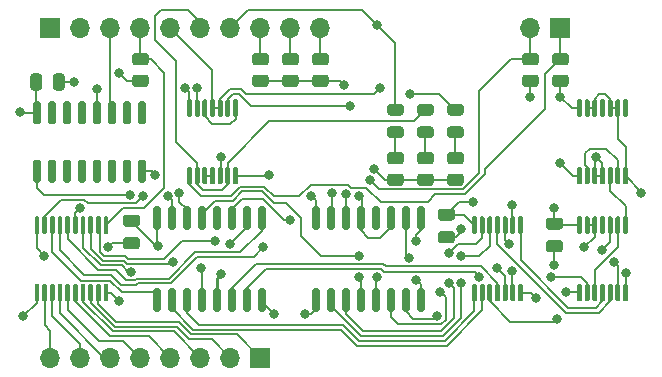
<source format=gbr>
%TF.GenerationSoftware,KiCad,Pcbnew,(5.1.10-1-10_14)*%
%TF.CreationDate,2021-11-15T20:19:36-05:00*%
%TF.ProjectId,interrupts,696e7465-7272-4757-9074-732e6b696361,rev?*%
%TF.SameCoordinates,Original*%
%TF.FileFunction,Copper,L1,Top*%
%TF.FilePolarity,Positive*%
%FSLAX46Y46*%
G04 Gerber Fmt 4.6, Leading zero omitted, Abs format (unit mm)*
G04 Created by KiCad (PCBNEW (5.1.10-1-10_14)) date 2021-11-15 20:19:36*
%MOMM*%
%LPD*%
G01*
G04 APERTURE LIST*
%TA.AperFunction,ComponentPad*%
%ADD10O,1.700000X1.700000*%
%TD*%
%TA.AperFunction,ComponentPad*%
%ADD11R,1.700000X1.700000*%
%TD*%
%TA.AperFunction,ViaPad*%
%ADD12C,0.800000*%
%TD*%
%TA.AperFunction,Conductor*%
%ADD13C,0.200000*%
%TD*%
%TA.AperFunction,Conductor*%
%ADD14C,0.250000*%
%TD*%
G04 APERTURE END LIST*
%TO.P,U9,16*%
%TO.N,VCC*%
%TA.AperFunction,SMDPad,CuDef*%
G36*
G01*
X160551000Y-100903000D02*
X160251000Y-100903000D01*
G75*
G02*
X160101000Y-100753000I0J150000D01*
G01*
X160101000Y-99078000D01*
G75*
G02*
X160251000Y-98928000I150000J0D01*
G01*
X160551000Y-98928000D01*
G75*
G02*
X160701000Y-99078000I0J-150000D01*
G01*
X160701000Y-100753000D01*
G75*
G02*
X160551000Y-100903000I-150000J0D01*
G01*
G37*
%TD.AperFunction*%
%TO.P,U9,15*%
%TO.N,Net-(U7-Pad15)*%
%TA.AperFunction,SMDPad,CuDef*%
G36*
G01*
X161821000Y-100903000D02*
X161521000Y-100903000D01*
G75*
G02*
X161371000Y-100753000I0J150000D01*
G01*
X161371000Y-99078000D01*
G75*
G02*
X161521000Y-98928000I150000J0D01*
G01*
X161821000Y-98928000D01*
G75*
G02*
X161971000Y-99078000I0J-150000D01*
G01*
X161971000Y-100753000D01*
G75*
G02*
X161821000Y-100903000I-150000J0D01*
G01*
G37*
%TD.AperFunction*%
%TO.P,U9,14*%
%TO.N,GND*%
%TA.AperFunction,SMDPad,CuDef*%
G36*
G01*
X163091000Y-100903000D02*
X162791000Y-100903000D01*
G75*
G02*
X162641000Y-100753000I0J150000D01*
G01*
X162641000Y-99078000D01*
G75*
G02*
X162791000Y-98928000I150000J0D01*
G01*
X163091000Y-98928000D01*
G75*
G02*
X163241000Y-99078000I0J-150000D01*
G01*
X163241000Y-100753000D01*
G75*
G02*
X163091000Y-100903000I-150000J0D01*
G01*
G37*
%TD.AperFunction*%
%TO.P,U9,13*%
%TO.N,Net-(U8-Pad11)*%
%TA.AperFunction,SMDPad,CuDef*%
G36*
G01*
X164361000Y-100903000D02*
X164061000Y-100903000D01*
G75*
G02*
X163911000Y-100753000I0J150000D01*
G01*
X163911000Y-99078000D01*
G75*
G02*
X164061000Y-98928000I150000J0D01*
G01*
X164361000Y-98928000D01*
G75*
G02*
X164511000Y-99078000I0J-150000D01*
G01*
X164511000Y-100753000D01*
G75*
G02*
X164361000Y-100903000I-150000J0D01*
G01*
G37*
%TD.AperFunction*%
%TO.P,U9,12*%
%TO.N,Net-(U9-Pad12)*%
%TA.AperFunction,SMDPad,CuDef*%
G36*
G01*
X165631000Y-100903000D02*
X165331000Y-100903000D01*
G75*
G02*
X165181000Y-100753000I0J150000D01*
G01*
X165181000Y-99078000D01*
G75*
G02*
X165331000Y-98928000I150000J0D01*
G01*
X165631000Y-98928000D01*
G75*
G02*
X165781000Y-99078000I0J-150000D01*
G01*
X165781000Y-100753000D01*
G75*
G02*
X165631000Y-100903000I-150000J0D01*
G01*
G37*
%TD.AperFunction*%
%TO.P,U9,11*%
%TO.N,Net-(U8-Pad11)*%
%TA.AperFunction,SMDPad,CuDef*%
G36*
G01*
X166901000Y-100903000D02*
X166601000Y-100903000D01*
G75*
G02*
X166451000Y-100753000I0J150000D01*
G01*
X166451000Y-99078000D01*
G75*
G02*
X166601000Y-98928000I150000J0D01*
G01*
X166901000Y-98928000D01*
G75*
G02*
X167051000Y-99078000I0J-150000D01*
G01*
X167051000Y-100753000D01*
G75*
G02*
X166901000Y-100903000I-150000J0D01*
G01*
G37*
%TD.AperFunction*%
%TO.P,U9,10*%
%TO.N,Net-(U7-Pad13)*%
%TA.AperFunction,SMDPad,CuDef*%
G36*
G01*
X168171000Y-100903000D02*
X167871000Y-100903000D01*
G75*
G02*
X167721000Y-100753000I0J150000D01*
G01*
X167721000Y-99078000D01*
G75*
G02*
X167871000Y-98928000I150000J0D01*
G01*
X168171000Y-98928000D01*
G75*
G02*
X168321000Y-99078000I0J-150000D01*
G01*
X168321000Y-100753000D01*
G75*
G02*
X168171000Y-100903000I-150000J0D01*
G01*
G37*
%TD.AperFunction*%
%TO.P,U9,9*%
%TO.N,Net-(U7-Pad12)*%
%TA.AperFunction,SMDPad,CuDef*%
G36*
G01*
X169441000Y-100903000D02*
X169141000Y-100903000D01*
G75*
G02*
X168991000Y-100753000I0J150000D01*
G01*
X168991000Y-99078000D01*
G75*
G02*
X169141000Y-98928000I150000J0D01*
G01*
X169441000Y-98928000D01*
G75*
G02*
X169591000Y-99078000I0J-150000D01*
G01*
X169591000Y-100753000D01*
G75*
G02*
X169441000Y-100903000I-150000J0D01*
G01*
G37*
%TD.AperFunction*%
%TO.P,U9,8*%
%TO.N,GND*%
%TA.AperFunction,SMDPad,CuDef*%
G36*
G01*
X169441000Y-107828000D02*
X169141000Y-107828000D01*
G75*
G02*
X168991000Y-107678000I0J150000D01*
G01*
X168991000Y-106003000D01*
G75*
G02*
X169141000Y-105853000I150000J0D01*
G01*
X169441000Y-105853000D01*
G75*
G02*
X169591000Y-106003000I0J-150000D01*
G01*
X169591000Y-107678000D01*
G75*
G02*
X169441000Y-107828000I-150000J0D01*
G01*
G37*
%TD.AperFunction*%
%TO.P,U9,7*%
%TO.N,Net-(U10-Pad13)*%
%TA.AperFunction,SMDPad,CuDef*%
G36*
G01*
X168171000Y-107828000D02*
X167871000Y-107828000D01*
G75*
G02*
X167721000Y-107678000I0J150000D01*
G01*
X167721000Y-106003000D01*
G75*
G02*
X167871000Y-105853000I150000J0D01*
G01*
X168171000Y-105853000D01*
G75*
G02*
X168321000Y-106003000I0J-150000D01*
G01*
X168321000Y-107678000D01*
G75*
G02*
X168171000Y-107828000I-150000J0D01*
G01*
G37*
%TD.AperFunction*%
%TO.P,U9,6*%
%TO.N,Net-(U10-Pad12)*%
%TA.AperFunction,SMDPad,CuDef*%
G36*
G01*
X166901000Y-107828000D02*
X166601000Y-107828000D01*
G75*
G02*
X166451000Y-107678000I0J150000D01*
G01*
X166451000Y-106003000D01*
G75*
G02*
X166601000Y-105853000I150000J0D01*
G01*
X166901000Y-105853000D01*
G75*
G02*
X167051000Y-106003000I0J-150000D01*
G01*
X167051000Y-107678000D01*
G75*
G02*
X166901000Y-107828000I-150000J0D01*
G01*
G37*
%TD.AperFunction*%
%TO.P,U9,5*%
%TO.N,VCC*%
%TA.AperFunction,SMDPad,CuDef*%
G36*
G01*
X165631000Y-107828000D02*
X165331000Y-107828000D01*
G75*
G02*
X165181000Y-107678000I0J150000D01*
G01*
X165181000Y-106003000D01*
G75*
G02*
X165331000Y-105853000I150000J0D01*
G01*
X165631000Y-105853000D01*
G75*
G02*
X165781000Y-106003000I0J-150000D01*
G01*
X165781000Y-107678000D01*
G75*
G02*
X165631000Y-107828000I-150000J0D01*
G01*
G37*
%TD.AperFunction*%
%TO.P,U9,4*%
%TO.N,Net-(U8-Pad13)*%
%TA.AperFunction,SMDPad,CuDef*%
G36*
G01*
X164361000Y-107828000D02*
X164061000Y-107828000D01*
G75*
G02*
X163911000Y-107678000I0J150000D01*
G01*
X163911000Y-106003000D01*
G75*
G02*
X164061000Y-105853000I150000J0D01*
G01*
X164361000Y-105853000D01*
G75*
G02*
X164511000Y-106003000I0J-150000D01*
G01*
X164511000Y-107678000D01*
G75*
G02*
X164361000Y-107828000I-150000J0D01*
G01*
G37*
%TD.AperFunction*%
%TO.P,U9,3*%
%TO.N,Net-(U10-Pad9)*%
%TA.AperFunction,SMDPad,CuDef*%
G36*
G01*
X163091000Y-107828000D02*
X162791000Y-107828000D01*
G75*
G02*
X162641000Y-107678000I0J150000D01*
G01*
X162641000Y-106003000D01*
G75*
G02*
X162791000Y-105853000I150000J0D01*
G01*
X163091000Y-105853000D01*
G75*
G02*
X163241000Y-106003000I0J-150000D01*
G01*
X163241000Y-107678000D01*
G75*
G02*
X163091000Y-107828000I-150000J0D01*
G01*
G37*
%TD.AperFunction*%
%TO.P,U9,2*%
%TO.N,Net-(U10-Pad10)*%
%TA.AperFunction,SMDPad,CuDef*%
G36*
G01*
X161821000Y-107828000D02*
X161521000Y-107828000D01*
G75*
G02*
X161371000Y-107678000I0J150000D01*
G01*
X161371000Y-106003000D01*
G75*
G02*
X161521000Y-105853000I150000J0D01*
G01*
X161821000Y-105853000D01*
G75*
G02*
X161971000Y-106003000I0J-150000D01*
G01*
X161971000Y-107678000D01*
G75*
G02*
X161821000Y-107828000I-150000J0D01*
G01*
G37*
%TD.AperFunction*%
%TO.P,U9,1*%
%TO.N,Net-(U7-Pad14)*%
%TA.AperFunction,SMDPad,CuDef*%
G36*
G01*
X160551000Y-107828000D02*
X160251000Y-107828000D01*
G75*
G02*
X160101000Y-107678000I0J150000D01*
G01*
X160101000Y-106003000D01*
G75*
G02*
X160251000Y-105853000I150000J0D01*
G01*
X160551000Y-105853000D01*
G75*
G02*
X160701000Y-106003000I0J-150000D01*
G01*
X160701000Y-107678000D01*
G75*
G02*
X160551000Y-107828000I-150000J0D01*
G01*
G37*
%TD.AperFunction*%
%TD*%
%TO.P,U8,16*%
%TO.N,VCC*%
%TA.AperFunction,SMDPad,CuDef*%
G36*
G01*
X147089000Y-100903000D02*
X146789000Y-100903000D01*
G75*
G02*
X146639000Y-100753000I0J150000D01*
G01*
X146639000Y-99078000D01*
G75*
G02*
X146789000Y-98928000I150000J0D01*
G01*
X147089000Y-98928000D01*
G75*
G02*
X147239000Y-99078000I0J-150000D01*
G01*
X147239000Y-100753000D01*
G75*
G02*
X147089000Y-100903000I-150000J0D01*
G01*
G37*
%TD.AperFunction*%
%TO.P,U8,15*%
%TO.N,Net-(U7-Pad19)*%
%TA.AperFunction,SMDPad,CuDef*%
G36*
G01*
X148359000Y-100903000D02*
X148059000Y-100903000D01*
G75*
G02*
X147909000Y-100753000I0J150000D01*
G01*
X147909000Y-99078000D01*
G75*
G02*
X148059000Y-98928000I150000J0D01*
G01*
X148359000Y-98928000D01*
G75*
G02*
X148509000Y-99078000I0J-150000D01*
G01*
X148509000Y-100753000D01*
G75*
G02*
X148359000Y-100903000I-150000J0D01*
G01*
G37*
%TD.AperFunction*%
%TO.P,U8,14*%
%TO.N,GND*%
%TA.AperFunction,SMDPad,CuDef*%
G36*
G01*
X149629000Y-100903000D02*
X149329000Y-100903000D01*
G75*
G02*
X149179000Y-100753000I0J150000D01*
G01*
X149179000Y-99078000D01*
G75*
G02*
X149329000Y-98928000I150000J0D01*
G01*
X149629000Y-98928000D01*
G75*
G02*
X149779000Y-99078000I0J-150000D01*
G01*
X149779000Y-100753000D01*
G75*
G02*
X149629000Y-100903000I-150000J0D01*
G01*
G37*
%TD.AperFunction*%
%TO.P,U8,13*%
%TO.N,Net-(U8-Pad13)*%
%TA.AperFunction,SMDPad,CuDef*%
G36*
G01*
X150899000Y-100903000D02*
X150599000Y-100903000D01*
G75*
G02*
X150449000Y-100753000I0J150000D01*
G01*
X150449000Y-99078000D01*
G75*
G02*
X150599000Y-98928000I150000J0D01*
G01*
X150899000Y-98928000D01*
G75*
G02*
X151049000Y-99078000I0J-150000D01*
G01*
X151049000Y-100753000D01*
G75*
G02*
X150899000Y-100903000I-150000J0D01*
G01*
G37*
%TD.AperFunction*%
%TO.P,U8,12*%
%TO.N,Net-(U8-Pad12)*%
%TA.AperFunction,SMDPad,CuDef*%
G36*
G01*
X152169000Y-100903000D02*
X151869000Y-100903000D01*
G75*
G02*
X151719000Y-100753000I0J150000D01*
G01*
X151719000Y-99078000D01*
G75*
G02*
X151869000Y-98928000I150000J0D01*
G01*
X152169000Y-98928000D01*
G75*
G02*
X152319000Y-99078000I0J-150000D01*
G01*
X152319000Y-100753000D01*
G75*
G02*
X152169000Y-100903000I-150000J0D01*
G01*
G37*
%TD.AperFunction*%
%TO.P,U8,11*%
%TO.N,Net-(U8-Pad11)*%
%TA.AperFunction,SMDPad,CuDef*%
G36*
G01*
X153439000Y-100903000D02*
X153139000Y-100903000D01*
G75*
G02*
X152989000Y-100753000I0J150000D01*
G01*
X152989000Y-99078000D01*
G75*
G02*
X153139000Y-98928000I150000J0D01*
G01*
X153439000Y-98928000D01*
G75*
G02*
X153589000Y-99078000I0J-150000D01*
G01*
X153589000Y-100753000D01*
G75*
G02*
X153439000Y-100903000I-150000J0D01*
G01*
G37*
%TD.AperFunction*%
%TO.P,U8,10*%
%TO.N,Net-(U7-Pad17)*%
%TA.AperFunction,SMDPad,CuDef*%
G36*
G01*
X154709000Y-100903000D02*
X154409000Y-100903000D01*
G75*
G02*
X154259000Y-100753000I0J150000D01*
G01*
X154259000Y-99078000D01*
G75*
G02*
X154409000Y-98928000I150000J0D01*
G01*
X154709000Y-98928000D01*
G75*
G02*
X154859000Y-99078000I0J-150000D01*
G01*
X154859000Y-100753000D01*
G75*
G02*
X154709000Y-100903000I-150000J0D01*
G01*
G37*
%TD.AperFunction*%
%TO.P,U8,9*%
%TO.N,Net-(U7-Pad16)*%
%TA.AperFunction,SMDPad,CuDef*%
G36*
G01*
X155979000Y-100903000D02*
X155679000Y-100903000D01*
G75*
G02*
X155529000Y-100753000I0J150000D01*
G01*
X155529000Y-99078000D01*
G75*
G02*
X155679000Y-98928000I150000J0D01*
G01*
X155979000Y-98928000D01*
G75*
G02*
X156129000Y-99078000I0J-150000D01*
G01*
X156129000Y-100753000D01*
G75*
G02*
X155979000Y-100903000I-150000J0D01*
G01*
G37*
%TD.AperFunction*%
%TO.P,U8,8*%
%TO.N,GND*%
%TA.AperFunction,SMDPad,CuDef*%
G36*
G01*
X155979000Y-107828000D02*
X155679000Y-107828000D01*
G75*
G02*
X155529000Y-107678000I0J150000D01*
G01*
X155529000Y-106003000D01*
G75*
G02*
X155679000Y-105853000I150000J0D01*
G01*
X155979000Y-105853000D01*
G75*
G02*
X156129000Y-106003000I0J-150000D01*
G01*
X156129000Y-107678000D01*
G75*
G02*
X155979000Y-107828000I-150000J0D01*
G01*
G37*
%TD.AperFunction*%
%TO.P,U8,7*%
%TO.N,Net-(U10-Pad5)*%
%TA.AperFunction,SMDPad,CuDef*%
G36*
G01*
X154709000Y-107828000D02*
X154409000Y-107828000D01*
G75*
G02*
X154259000Y-107678000I0J150000D01*
G01*
X154259000Y-106003000D01*
G75*
G02*
X154409000Y-105853000I150000J0D01*
G01*
X154709000Y-105853000D01*
G75*
G02*
X154859000Y-106003000I0J-150000D01*
G01*
X154859000Y-107678000D01*
G75*
G02*
X154709000Y-107828000I-150000J0D01*
G01*
G37*
%TD.AperFunction*%
%TO.P,U8,6*%
%TO.N,Net-(U10-Pad4)*%
%TA.AperFunction,SMDPad,CuDef*%
G36*
G01*
X153439000Y-107828000D02*
X153139000Y-107828000D01*
G75*
G02*
X152989000Y-107678000I0J150000D01*
G01*
X152989000Y-106003000D01*
G75*
G02*
X153139000Y-105853000I150000J0D01*
G01*
X153439000Y-105853000D01*
G75*
G02*
X153589000Y-106003000I0J-150000D01*
G01*
X153589000Y-107678000D01*
G75*
G02*
X153439000Y-107828000I-150000J0D01*
G01*
G37*
%TD.AperFunction*%
%TO.P,U8,5*%
%TO.N,VCC*%
%TA.AperFunction,SMDPad,CuDef*%
G36*
G01*
X152169000Y-107828000D02*
X151869000Y-107828000D01*
G75*
G02*
X151719000Y-107678000I0J150000D01*
G01*
X151719000Y-106003000D01*
G75*
G02*
X151869000Y-105853000I150000J0D01*
G01*
X152169000Y-105853000D01*
G75*
G02*
X152319000Y-106003000I0J-150000D01*
G01*
X152319000Y-107678000D01*
G75*
G02*
X152169000Y-107828000I-150000J0D01*
G01*
G37*
%TD.AperFunction*%
%TO.P,U8,4*%
%TO.N,Net-(U6-Pad1)*%
%TA.AperFunction,SMDPad,CuDef*%
G36*
G01*
X150899000Y-107828000D02*
X150599000Y-107828000D01*
G75*
G02*
X150449000Y-107678000I0J150000D01*
G01*
X150449000Y-106003000D01*
G75*
G02*
X150599000Y-105853000I150000J0D01*
G01*
X150899000Y-105853000D01*
G75*
G02*
X151049000Y-106003000I0J-150000D01*
G01*
X151049000Y-107678000D01*
G75*
G02*
X150899000Y-107828000I-150000J0D01*
G01*
G37*
%TD.AperFunction*%
%TO.P,U8,3*%
%TO.N,Net-(U10-Pad1)*%
%TA.AperFunction,SMDPad,CuDef*%
G36*
G01*
X149629000Y-107828000D02*
X149329000Y-107828000D01*
G75*
G02*
X149179000Y-107678000I0J150000D01*
G01*
X149179000Y-106003000D01*
G75*
G02*
X149329000Y-105853000I150000J0D01*
G01*
X149629000Y-105853000D01*
G75*
G02*
X149779000Y-106003000I0J-150000D01*
G01*
X149779000Y-107678000D01*
G75*
G02*
X149629000Y-107828000I-150000J0D01*
G01*
G37*
%TD.AperFunction*%
%TO.P,U8,2*%
%TO.N,Net-(U10-Pad2)*%
%TA.AperFunction,SMDPad,CuDef*%
G36*
G01*
X148359000Y-107828000D02*
X148059000Y-107828000D01*
G75*
G02*
X147909000Y-107678000I0J150000D01*
G01*
X147909000Y-106003000D01*
G75*
G02*
X148059000Y-105853000I150000J0D01*
G01*
X148359000Y-105853000D01*
G75*
G02*
X148509000Y-106003000I0J-150000D01*
G01*
X148509000Y-107678000D01*
G75*
G02*
X148359000Y-107828000I-150000J0D01*
G01*
G37*
%TD.AperFunction*%
%TO.P,U8,1*%
%TO.N,Net-(U7-Pad18)*%
%TA.AperFunction,SMDPad,CuDef*%
G36*
G01*
X147089000Y-107828000D02*
X146789000Y-107828000D01*
G75*
G02*
X146639000Y-107678000I0J150000D01*
G01*
X146639000Y-106003000D01*
G75*
G02*
X146789000Y-105853000I150000J0D01*
G01*
X147089000Y-105853000D01*
G75*
G02*
X147239000Y-106003000I0J-150000D01*
G01*
X147239000Y-107678000D01*
G75*
G02*
X147089000Y-107828000I-150000J0D01*
G01*
G37*
%TD.AperFunction*%
%TD*%
%TO.P,U13,14*%
%TO.N,VCC*%
%TA.AperFunction,SMDPad,CuDef*%
G36*
G01*
X149788000Y-91347000D02*
X149588000Y-91347000D01*
G75*
G02*
X149488000Y-91247000I0J100000D01*
G01*
X149488000Y-89972000D01*
G75*
G02*
X149588000Y-89872000I100000J0D01*
G01*
X149788000Y-89872000D01*
G75*
G02*
X149888000Y-89972000I0J-100000D01*
G01*
X149888000Y-91247000D01*
G75*
G02*
X149788000Y-91347000I-100000J0D01*
G01*
G37*
%TD.AperFunction*%
%TO.P,U13,13*%
%TO.N,~INTCLR2*%
%TA.AperFunction,SMDPad,CuDef*%
G36*
G01*
X150438000Y-91347000D02*
X150238000Y-91347000D01*
G75*
G02*
X150138000Y-91247000I0J100000D01*
G01*
X150138000Y-89972000D01*
G75*
G02*
X150238000Y-89872000I100000J0D01*
G01*
X150438000Y-89872000D01*
G75*
G02*
X150538000Y-89972000I0J-100000D01*
G01*
X150538000Y-91247000D01*
G75*
G02*
X150438000Y-91347000I-100000J0D01*
G01*
G37*
%TD.AperFunction*%
%TO.P,U13,12*%
%TO.N,Net-(U13-Pad12)*%
%TA.AperFunction,SMDPad,CuDef*%
G36*
G01*
X151088000Y-91347000D02*
X150888000Y-91347000D01*
G75*
G02*
X150788000Y-91247000I0J100000D01*
G01*
X150788000Y-89972000D01*
G75*
G02*
X150888000Y-89872000I100000J0D01*
G01*
X151088000Y-89872000D01*
G75*
G02*
X151188000Y-89972000I0J-100000D01*
G01*
X151188000Y-91247000D01*
G75*
G02*
X151088000Y-91347000I-100000J0D01*
G01*
G37*
%TD.AperFunction*%
%TO.P,U13,11*%
%TO.N,~INTREQ2*%
%TA.AperFunction,SMDPad,CuDef*%
G36*
G01*
X151738000Y-91347000D02*
X151538000Y-91347000D01*
G75*
G02*
X151438000Y-91247000I0J100000D01*
G01*
X151438000Y-89972000D01*
G75*
G02*
X151538000Y-89872000I100000J0D01*
G01*
X151738000Y-89872000D01*
G75*
G02*
X151838000Y-89972000I0J-100000D01*
G01*
X151838000Y-91247000D01*
G75*
G02*
X151738000Y-91347000I-100000J0D01*
G01*
G37*
%TD.AperFunction*%
%TO.P,U13,10*%
%TA.AperFunction,SMDPad,CuDef*%
G36*
G01*
X152388000Y-91347000D02*
X152188000Y-91347000D01*
G75*
G02*
X152088000Y-91247000I0J100000D01*
G01*
X152088000Y-89972000D01*
G75*
G02*
X152188000Y-89872000I100000J0D01*
G01*
X152388000Y-89872000D01*
G75*
G02*
X152488000Y-89972000I0J-100000D01*
G01*
X152488000Y-91247000D01*
G75*
G02*
X152388000Y-91347000I-100000J0D01*
G01*
G37*
%TD.AperFunction*%
%TO.P,U13,9*%
%TO.N,~INT_REQ_1*%
%TA.AperFunction,SMDPad,CuDef*%
G36*
G01*
X153038000Y-91347000D02*
X152838000Y-91347000D01*
G75*
G02*
X152738000Y-91247000I0J100000D01*
G01*
X152738000Y-89972000D01*
G75*
G02*
X152838000Y-89872000I100000J0D01*
G01*
X153038000Y-89872000D01*
G75*
G02*
X153138000Y-89972000I0J-100000D01*
G01*
X153138000Y-91247000D01*
G75*
G02*
X153038000Y-91347000I-100000J0D01*
G01*
G37*
%TD.AperFunction*%
%TO.P,U13,8*%
%TO.N,Net-(U13-Pad12)*%
%TA.AperFunction,SMDPad,CuDef*%
G36*
G01*
X153688000Y-91347000D02*
X153488000Y-91347000D01*
G75*
G02*
X153388000Y-91247000I0J100000D01*
G01*
X153388000Y-89972000D01*
G75*
G02*
X153488000Y-89872000I100000J0D01*
G01*
X153688000Y-89872000D01*
G75*
G02*
X153788000Y-89972000I0J-100000D01*
G01*
X153788000Y-91247000D01*
G75*
G02*
X153688000Y-91347000I-100000J0D01*
G01*
G37*
%TD.AperFunction*%
%TO.P,U13,7*%
%TO.N,GND*%
%TA.AperFunction,SMDPad,CuDef*%
G36*
G01*
X153688000Y-97072000D02*
X153488000Y-97072000D01*
G75*
G02*
X153388000Y-96972000I0J100000D01*
G01*
X153388000Y-95697000D01*
G75*
G02*
X153488000Y-95597000I100000J0D01*
G01*
X153688000Y-95597000D01*
G75*
G02*
X153788000Y-95697000I0J-100000D01*
G01*
X153788000Y-96972000D01*
G75*
G02*
X153688000Y-97072000I-100000J0D01*
G01*
G37*
%TD.AperFunction*%
%TO.P,U13,6*%
%TO.N,~INTREQ1*%
%TA.AperFunction,SMDPad,CuDef*%
G36*
G01*
X153038000Y-97072000D02*
X152838000Y-97072000D01*
G75*
G02*
X152738000Y-96972000I0J100000D01*
G01*
X152738000Y-95697000D01*
G75*
G02*
X152838000Y-95597000I100000J0D01*
G01*
X153038000Y-95597000D01*
G75*
G02*
X153138000Y-95697000I0J-100000D01*
G01*
X153138000Y-96972000D01*
G75*
G02*
X153038000Y-97072000I-100000J0D01*
G01*
G37*
%TD.AperFunction*%
%TO.P,U13,5*%
%TO.N,~INTCLR1*%
%TA.AperFunction,SMDPad,CuDef*%
G36*
G01*
X152388000Y-97072000D02*
X152188000Y-97072000D01*
G75*
G02*
X152088000Y-96972000I0J100000D01*
G01*
X152088000Y-95697000D01*
G75*
G02*
X152188000Y-95597000I100000J0D01*
G01*
X152388000Y-95597000D01*
G75*
G02*
X152488000Y-95697000I0J-100000D01*
G01*
X152488000Y-96972000D01*
G75*
G02*
X152388000Y-97072000I-100000J0D01*
G01*
G37*
%TD.AperFunction*%
%TO.P,U13,4*%
%TO.N,Net-(U13-Pad3)*%
%TA.AperFunction,SMDPad,CuDef*%
G36*
G01*
X151738000Y-97072000D02*
X151538000Y-97072000D01*
G75*
G02*
X151438000Y-96972000I0J100000D01*
G01*
X151438000Y-95697000D01*
G75*
G02*
X151538000Y-95597000I100000J0D01*
G01*
X151738000Y-95597000D01*
G75*
G02*
X151838000Y-95697000I0J-100000D01*
G01*
X151838000Y-96972000D01*
G75*
G02*
X151738000Y-97072000I-100000J0D01*
G01*
G37*
%TD.AperFunction*%
%TO.P,U13,3*%
%TA.AperFunction,SMDPad,CuDef*%
G36*
G01*
X151088000Y-97072000D02*
X150888000Y-97072000D01*
G75*
G02*
X150788000Y-96972000I0J100000D01*
G01*
X150788000Y-95697000D01*
G75*
G02*
X150888000Y-95597000I100000J0D01*
G01*
X151088000Y-95597000D01*
G75*
G02*
X151188000Y-95697000I0J-100000D01*
G01*
X151188000Y-96972000D01*
G75*
G02*
X151088000Y-97072000I-100000J0D01*
G01*
G37*
%TD.AperFunction*%
%TO.P,U13,2*%
%TO.N,~INTREQ1*%
%TA.AperFunction,SMDPad,CuDef*%
G36*
G01*
X150438000Y-97072000D02*
X150238000Y-97072000D01*
G75*
G02*
X150138000Y-96972000I0J100000D01*
G01*
X150138000Y-95697000D01*
G75*
G02*
X150238000Y-95597000I100000J0D01*
G01*
X150438000Y-95597000D01*
G75*
G02*
X150538000Y-95697000I0J-100000D01*
G01*
X150538000Y-96972000D01*
G75*
G02*
X150438000Y-97072000I-100000J0D01*
G01*
G37*
%TD.AperFunction*%
%TO.P,U13,1*%
%TO.N,~INT_REQ_0*%
%TA.AperFunction,SMDPad,CuDef*%
G36*
G01*
X149788000Y-97072000D02*
X149588000Y-97072000D01*
G75*
G02*
X149488000Y-96972000I0J100000D01*
G01*
X149488000Y-95697000D01*
G75*
G02*
X149588000Y-95597000I100000J0D01*
G01*
X149788000Y-95597000D01*
G75*
G02*
X149888000Y-95697000I0J-100000D01*
G01*
X149888000Y-96972000D01*
G75*
G02*
X149788000Y-97072000I-100000J0D01*
G01*
G37*
%TD.AperFunction*%
%TD*%
%TO.P,C4,2*%
%TO.N,GND*%
%TA.AperFunction,SMDPad,CuDef*%
G36*
G01*
X138118000Y-88867000D02*
X138118000Y-87917000D01*
G75*
G02*
X138368000Y-87667000I250000J0D01*
G01*
X138868000Y-87667000D01*
G75*
G02*
X139118000Y-87917000I0J-250000D01*
G01*
X139118000Y-88867000D01*
G75*
G02*
X138868000Y-89117000I-250000J0D01*
G01*
X138368000Y-89117000D01*
G75*
G02*
X138118000Y-88867000I0J250000D01*
G01*
G37*
%TD.AperFunction*%
%TO.P,C4,1*%
%TO.N,VCC*%
%TA.AperFunction,SMDPad,CuDef*%
G36*
G01*
X136218000Y-88867000D02*
X136218000Y-87917000D01*
G75*
G02*
X136468000Y-87667000I250000J0D01*
G01*
X136968000Y-87667000D01*
G75*
G02*
X137218000Y-87917000I0J-250000D01*
G01*
X137218000Y-88867000D01*
G75*
G02*
X136968000Y-89117000I-250000J0D01*
G01*
X136468000Y-89117000D01*
G75*
G02*
X136218000Y-88867000I0J250000D01*
G01*
G37*
%TD.AperFunction*%
%TD*%
%TO.P,C3,2*%
%TO.N,GND*%
%TA.AperFunction,SMDPad,CuDef*%
G36*
G01*
X180119000Y-101796000D02*
X181069000Y-101796000D01*
G75*
G02*
X181319000Y-102046000I0J-250000D01*
G01*
X181319000Y-102546000D01*
G75*
G02*
X181069000Y-102796000I-250000J0D01*
G01*
X180119000Y-102796000D01*
G75*
G02*
X179869000Y-102546000I0J250000D01*
G01*
X179869000Y-102046000D01*
G75*
G02*
X180119000Y-101796000I250000J0D01*
G01*
G37*
%TD.AperFunction*%
%TO.P,C3,1*%
%TO.N,VCC*%
%TA.AperFunction,SMDPad,CuDef*%
G36*
G01*
X180119000Y-99896000D02*
X181069000Y-99896000D01*
G75*
G02*
X181319000Y-100146000I0J-250000D01*
G01*
X181319000Y-100646000D01*
G75*
G02*
X181069000Y-100896000I-250000J0D01*
G01*
X180119000Y-100896000D01*
G75*
G02*
X179869000Y-100646000I0J250000D01*
G01*
X179869000Y-100146000D01*
G75*
G02*
X180119000Y-99896000I250000J0D01*
G01*
G37*
%TD.AperFunction*%
%TD*%
%TO.P,C2,2*%
%TO.N,GND*%
%TA.AperFunction,SMDPad,CuDef*%
G36*
G01*
X144305000Y-101542000D02*
X145255000Y-101542000D01*
G75*
G02*
X145505000Y-101792000I0J-250000D01*
G01*
X145505000Y-102292000D01*
G75*
G02*
X145255000Y-102542000I-250000J0D01*
G01*
X144305000Y-102542000D01*
G75*
G02*
X144055000Y-102292000I0J250000D01*
G01*
X144055000Y-101792000D01*
G75*
G02*
X144305000Y-101542000I250000J0D01*
G01*
G37*
%TD.AperFunction*%
%TO.P,C2,1*%
%TO.N,VCC*%
%TA.AperFunction,SMDPad,CuDef*%
G36*
G01*
X144305000Y-99642000D02*
X145255000Y-99642000D01*
G75*
G02*
X145505000Y-99892000I0J-250000D01*
G01*
X145505000Y-100392000D01*
G75*
G02*
X145255000Y-100642000I-250000J0D01*
G01*
X144305000Y-100642000D01*
G75*
G02*
X144055000Y-100392000I0J250000D01*
G01*
X144055000Y-99892000D01*
G75*
G02*
X144305000Y-99642000I250000J0D01*
G01*
G37*
%TD.AperFunction*%
%TD*%
%TO.P,C1,2*%
%TO.N,GND*%
%TA.AperFunction,SMDPad,CuDef*%
G36*
G01*
X170975000Y-101034000D02*
X171925000Y-101034000D01*
G75*
G02*
X172175000Y-101284000I0J-250000D01*
G01*
X172175000Y-101784000D01*
G75*
G02*
X171925000Y-102034000I-250000J0D01*
G01*
X170975000Y-102034000D01*
G75*
G02*
X170725000Y-101784000I0J250000D01*
G01*
X170725000Y-101284000D01*
G75*
G02*
X170975000Y-101034000I250000J0D01*
G01*
G37*
%TD.AperFunction*%
%TO.P,C1,1*%
%TO.N,VCC*%
%TA.AperFunction,SMDPad,CuDef*%
G36*
G01*
X170975000Y-99134000D02*
X171925000Y-99134000D01*
G75*
G02*
X172175000Y-99384000I0J-250000D01*
G01*
X172175000Y-99884000D01*
G75*
G02*
X171925000Y-100134000I-250000J0D01*
G01*
X170975000Y-100134000D01*
G75*
G02*
X170725000Y-99884000I0J250000D01*
G01*
X170725000Y-99384000D01*
G75*
G02*
X170975000Y-99134000I250000J0D01*
G01*
G37*
%TD.AperFunction*%
%TD*%
%TO.P,R9,2*%
%TO.N,VCC*%
%TA.AperFunction,SMDPad,CuDef*%
G36*
G01*
X145091998Y-87776000D02*
X145992002Y-87776000D01*
G75*
G02*
X146242000Y-88025998I0J-249998D01*
G01*
X146242000Y-88551002D01*
G75*
G02*
X145992002Y-88801000I-249998J0D01*
G01*
X145091998Y-88801000D01*
G75*
G02*
X144842000Y-88551002I0J249998D01*
G01*
X144842000Y-88025998D01*
G75*
G02*
X145091998Y-87776000I249998J0D01*
G01*
G37*
%TD.AperFunction*%
%TO.P,R9,1*%
%TO.N,~LATCH_TIMER_INTERRUPT_DIVISION*%
%TA.AperFunction,SMDPad,CuDef*%
G36*
G01*
X145091998Y-85951000D02*
X145992002Y-85951000D01*
G75*
G02*
X146242000Y-86200998I0J-249998D01*
G01*
X146242000Y-86726002D01*
G75*
G02*
X145992002Y-86976000I-249998J0D01*
G01*
X145091998Y-86976000D01*
G75*
G02*
X144842000Y-86726002I0J249998D01*
G01*
X144842000Y-86200998D01*
G75*
G02*
X145091998Y-85951000I249998J0D01*
G01*
G37*
%TD.AperFunction*%
%TD*%
%TO.P,R8,2*%
%TO.N,VCC*%
%TA.AperFunction,SMDPad,CuDef*%
G36*
G01*
X178111998Y-87776000D02*
X179012002Y-87776000D01*
G75*
G02*
X179262000Y-88025998I0J-249998D01*
G01*
X179262000Y-88551002D01*
G75*
G02*
X179012002Y-88801000I-249998J0D01*
G01*
X178111998Y-88801000D01*
G75*
G02*
X177862000Y-88551002I0J249998D01*
G01*
X177862000Y-88025998D01*
G75*
G02*
X178111998Y-87776000I249998J0D01*
G01*
G37*
%TD.AperFunction*%
%TO.P,R8,1*%
%TO.N,~INT_REQ_1*%
%TA.AperFunction,SMDPad,CuDef*%
G36*
G01*
X178111998Y-85951000D02*
X179012002Y-85951000D01*
G75*
G02*
X179262000Y-86200998I0J-249998D01*
G01*
X179262000Y-86726002D01*
G75*
G02*
X179012002Y-86976000I-249998J0D01*
G01*
X178111998Y-86976000D01*
G75*
G02*
X177862000Y-86726002I0J249998D01*
G01*
X177862000Y-86200998D01*
G75*
G02*
X178111998Y-85951000I249998J0D01*
G01*
G37*
%TD.AperFunction*%
%TD*%
%TO.P,R7,2*%
%TO.N,VCC*%
%TA.AperFunction,SMDPad,CuDef*%
G36*
G01*
X180651998Y-87776000D02*
X181552002Y-87776000D01*
G75*
G02*
X181802000Y-88025998I0J-249998D01*
G01*
X181802000Y-88551002D01*
G75*
G02*
X181552002Y-88801000I-249998J0D01*
G01*
X180651998Y-88801000D01*
G75*
G02*
X180402000Y-88551002I0J249998D01*
G01*
X180402000Y-88025998D01*
G75*
G02*
X180651998Y-87776000I249998J0D01*
G01*
G37*
%TD.AperFunction*%
%TO.P,R7,1*%
%TO.N,~INT_REQ_0*%
%TA.AperFunction,SMDPad,CuDef*%
G36*
G01*
X180651998Y-85951000D02*
X181552002Y-85951000D01*
G75*
G02*
X181802000Y-86200998I0J-249998D01*
G01*
X181802000Y-86726002D01*
G75*
G02*
X181552002Y-86976000I-249998J0D01*
G01*
X180651998Y-86976000D01*
G75*
G02*
X180402000Y-86726002I0J249998D01*
G01*
X180402000Y-86200998D01*
G75*
G02*
X180651998Y-85951000I249998J0D01*
G01*
G37*
%TD.AperFunction*%
%TD*%
%TO.P,R6,2*%
%TO.N,VCC*%
%TA.AperFunction,SMDPad,CuDef*%
G36*
G01*
X155251998Y-87776000D02*
X156152002Y-87776000D01*
G75*
G02*
X156402000Y-88025998I0J-249998D01*
G01*
X156402000Y-88551002D01*
G75*
G02*
X156152002Y-88801000I-249998J0D01*
G01*
X155251998Y-88801000D01*
G75*
G02*
X155002000Y-88551002I0J249998D01*
G01*
X155002000Y-88025998D01*
G75*
G02*
X155251998Y-87776000I249998J0D01*
G01*
G37*
%TD.AperFunction*%
%TO.P,R6,1*%
%TO.N,~INTCLR2*%
%TA.AperFunction,SMDPad,CuDef*%
G36*
G01*
X155251998Y-85951000D02*
X156152002Y-85951000D01*
G75*
G02*
X156402000Y-86200998I0J-249998D01*
G01*
X156402000Y-86726002D01*
G75*
G02*
X156152002Y-86976000I-249998J0D01*
G01*
X155251998Y-86976000D01*
G75*
G02*
X155002000Y-86726002I0J249998D01*
G01*
X155002000Y-86200998D01*
G75*
G02*
X155251998Y-85951000I249998J0D01*
G01*
G37*
%TD.AperFunction*%
%TD*%
%TO.P,R5,2*%
%TO.N,VCC*%
%TA.AperFunction,SMDPad,CuDef*%
G36*
G01*
X157791998Y-87776000D02*
X158692002Y-87776000D01*
G75*
G02*
X158942000Y-88025998I0J-249998D01*
G01*
X158942000Y-88551002D01*
G75*
G02*
X158692002Y-88801000I-249998J0D01*
G01*
X157791998Y-88801000D01*
G75*
G02*
X157542000Y-88551002I0J249998D01*
G01*
X157542000Y-88025998D01*
G75*
G02*
X157791998Y-87776000I249998J0D01*
G01*
G37*
%TD.AperFunction*%
%TO.P,R5,1*%
%TO.N,~INTCLR1*%
%TA.AperFunction,SMDPad,CuDef*%
G36*
G01*
X157791998Y-85951000D02*
X158692002Y-85951000D01*
G75*
G02*
X158942000Y-86200998I0J-249998D01*
G01*
X158942000Y-86726002D01*
G75*
G02*
X158692002Y-86976000I-249998J0D01*
G01*
X157791998Y-86976000D01*
G75*
G02*
X157542000Y-86726002I0J249998D01*
G01*
X157542000Y-86200998D01*
G75*
G02*
X157791998Y-85951000I249998J0D01*
G01*
G37*
%TD.AperFunction*%
%TD*%
%TO.P,R4,2*%
%TO.N,VCC*%
%TA.AperFunction,SMDPad,CuDef*%
G36*
G01*
X160331998Y-87776000D02*
X161232002Y-87776000D01*
G75*
G02*
X161482000Y-88025998I0J-249998D01*
G01*
X161482000Y-88551002D01*
G75*
G02*
X161232002Y-88801000I-249998J0D01*
G01*
X160331998Y-88801000D01*
G75*
G02*
X160082000Y-88551002I0J249998D01*
G01*
X160082000Y-88025998D01*
G75*
G02*
X160331998Y-87776000I249998J0D01*
G01*
G37*
%TD.AperFunction*%
%TO.P,R4,1*%
%TO.N,~INTCLR0*%
%TA.AperFunction,SMDPad,CuDef*%
G36*
G01*
X160331998Y-85951000D02*
X161232002Y-85951000D01*
G75*
G02*
X161482000Y-86200998I0J-249998D01*
G01*
X161482000Y-86726002D01*
G75*
G02*
X161232002Y-86976000I-249998J0D01*
G01*
X160331998Y-86976000D01*
G75*
G02*
X160082000Y-86726002I0J249998D01*
G01*
X160082000Y-86200998D01*
G75*
G02*
X160331998Y-85951000I249998J0D01*
G01*
G37*
%TD.AperFunction*%
%TD*%
%TO.P,R3,2*%
%TO.N,GND*%
%TA.AperFunction,SMDPad,CuDef*%
G36*
G01*
X171761998Y-96158000D02*
X172662002Y-96158000D01*
G75*
G02*
X172912000Y-96407998I0J-249998D01*
G01*
X172912000Y-96933002D01*
G75*
G02*
X172662002Y-97183000I-249998J0D01*
G01*
X171761998Y-97183000D01*
G75*
G02*
X171512000Y-96933002I0J249998D01*
G01*
X171512000Y-96407998D01*
G75*
G02*
X171761998Y-96158000I249998J0D01*
G01*
G37*
%TD.AperFunction*%
%TO.P,R3,1*%
%TO.N,Net-(D3-Pad1)*%
%TA.AperFunction,SMDPad,CuDef*%
G36*
G01*
X171761998Y-94333000D02*
X172662002Y-94333000D01*
G75*
G02*
X172912000Y-94582998I0J-249998D01*
G01*
X172912000Y-95108002D01*
G75*
G02*
X172662002Y-95358000I-249998J0D01*
G01*
X171761998Y-95358000D01*
G75*
G02*
X171512000Y-95108002I0J249998D01*
G01*
X171512000Y-94582998D01*
G75*
G02*
X171761998Y-94333000I249998J0D01*
G01*
G37*
%TD.AperFunction*%
%TD*%
%TO.P,R2,2*%
%TO.N,GND*%
%TA.AperFunction,SMDPad,CuDef*%
G36*
G01*
X169221998Y-96158000D02*
X170122002Y-96158000D01*
G75*
G02*
X170372000Y-96407998I0J-249998D01*
G01*
X170372000Y-96933002D01*
G75*
G02*
X170122002Y-97183000I-249998J0D01*
G01*
X169221998Y-97183000D01*
G75*
G02*
X168972000Y-96933002I0J249998D01*
G01*
X168972000Y-96407998D01*
G75*
G02*
X169221998Y-96158000I249998J0D01*
G01*
G37*
%TD.AperFunction*%
%TO.P,R2,1*%
%TO.N,Net-(D2-Pad1)*%
%TA.AperFunction,SMDPad,CuDef*%
G36*
G01*
X169221998Y-94333000D02*
X170122002Y-94333000D01*
G75*
G02*
X170372000Y-94582998I0J-249998D01*
G01*
X170372000Y-95108002D01*
G75*
G02*
X170122002Y-95358000I-249998J0D01*
G01*
X169221998Y-95358000D01*
G75*
G02*
X168972000Y-95108002I0J249998D01*
G01*
X168972000Y-94582998D01*
G75*
G02*
X169221998Y-94333000I249998J0D01*
G01*
G37*
%TD.AperFunction*%
%TD*%
%TO.P,R1,2*%
%TO.N,GND*%
%TA.AperFunction,SMDPad,CuDef*%
G36*
G01*
X166681998Y-96158000D02*
X167582002Y-96158000D01*
G75*
G02*
X167832000Y-96407998I0J-249998D01*
G01*
X167832000Y-96933002D01*
G75*
G02*
X167582002Y-97183000I-249998J0D01*
G01*
X166681998Y-97183000D01*
G75*
G02*
X166432000Y-96933002I0J249998D01*
G01*
X166432000Y-96407998D01*
G75*
G02*
X166681998Y-96158000I249998J0D01*
G01*
G37*
%TD.AperFunction*%
%TO.P,R1,1*%
%TO.N,Net-(D1-Pad1)*%
%TA.AperFunction,SMDPad,CuDef*%
G36*
G01*
X166681998Y-94333000D02*
X167582002Y-94333000D01*
G75*
G02*
X167832000Y-94582998I0J-249998D01*
G01*
X167832000Y-95108002D01*
G75*
G02*
X167582002Y-95358000I-249998J0D01*
G01*
X166681998Y-95358000D01*
G75*
G02*
X166432000Y-95108002I0J249998D01*
G01*
X166432000Y-94582998D01*
G75*
G02*
X166681998Y-94333000I249998J0D01*
G01*
G37*
%TD.AperFunction*%
%TD*%
%TO.P,D3,2*%
%TO.N,~INTREQ2*%
%TA.AperFunction,SMDPad,CuDef*%
G36*
G01*
X172668250Y-91244000D02*
X171755750Y-91244000D01*
G75*
G02*
X171512000Y-91000250I0J243750D01*
G01*
X171512000Y-90512750D01*
G75*
G02*
X171755750Y-90269000I243750J0D01*
G01*
X172668250Y-90269000D01*
G75*
G02*
X172912000Y-90512750I0J-243750D01*
G01*
X172912000Y-91000250D01*
G75*
G02*
X172668250Y-91244000I-243750J0D01*
G01*
G37*
%TD.AperFunction*%
%TO.P,D3,1*%
%TO.N,Net-(D3-Pad1)*%
%TA.AperFunction,SMDPad,CuDef*%
G36*
G01*
X172668250Y-93119000D02*
X171755750Y-93119000D01*
G75*
G02*
X171512000Y-92875250I0J243750D01*
G01*
X171512000Y-92387750D01*
G75*
G02*
X171755750Y-92144000I243750J0D01*
G01*
X172668250Y-92144000D01*
G75*
G02*
X172912000Y-92387750I0J-243750D01*
G01*
X172912000Y-92875250D01*
G75*
G02*
X172668250Y-93119000I-243750J0D01*
G01*
G37*
%TD.AperFunction*%
%TD*%
%TO.P,D2,2*%
%TO.N,~INTREQ1*%
%TA.AperFunction,SMDPad,CuDef*%
G36*
G01*
X170128250Y-91244000D02*
X169215750Y-91244000D01*
G75*
G02*
X168972000Y-91000250I0J243750D01*
G01*
X168972000Y-90512750D01*
G75*
G02*
X169215750Y-90269000I243750J0D01*
G01*
X170128250Y-90269000D01*
G75*
G02*
X170372000Y-90512750I0J-243750D01*
G01*
X170372000Y-91000250D01*
G75*
G02*
X170128250Y-91244000I-243750J0D01*
G01*
G37*
%TD.AperFunction*%
%TO.P,D2,1*%
%TO.N,Net-(D2-Pad1)*%
%TA.AperFunction,SMDPad,CuDef*%
G36*
G01*
X170128250Y-93119000D02*
X169215750Y-93119000D01*
G75*
G02*
X168972000Y-92875250I0J243750D01*
G01*
X168972000Y-92387750D01*
G75*
G02*
X169215750Y-92144000I243750J0D01*
G01*
X170128250Y-92144000D01*
G75*
G02*
X170372000Y-92387750I0J-243750D01*
G01*
X170372000Y-92875250D01*
G75*
G02*
X170128250Y-93119000I-243750J0D01*
G01*
G37*
%TD.AperFunction*%
%TD*%
%TO.P,D1,2*%
%TO.N,~INTREQ0*%
%TA.AperFunction,SMDPad,CuDef*%
G36*
G01*
X167588250Y-91244000D02*
X166675750Y-91244000D01*
G75*
G02*
X166432000Y-91000250I0J243750D01*
G01*
X166432000Y-90512750D01*
G75*
G02*
X166675750Y-90269000I243750J0D01*
G01*
X167588250Y-90269000D01*
G75*
G02*
X167832000Y-90512750I0J-243750D01*
G01*
X167832000Y-91000250D01*
G75*
G02*
X167588250Y-91244000I-243750J0D01*
G01*
G37*
%TD.AperFunction*%
%TO.P,D1,1*%
%TO.N,Net-(D1-Pad1)*%
%TA.AperFunction,SMDPad,CuDef*%
G36*
G01*
X167588250Y-93119000D02*
X166675750Y-93119000D01*
G75*
G02*
X166432000Y-92875250I0J243750D01*
G01*
X166432000Y-92387750D01*
G75*
G02*
X166675750Y-92144000I243750J0D01*
G01*
X167588250Y-92144000D01*
G75*
G02*
X167832000Y-92387750I0J-243750D01*
G01*
X167832000Y-92875250D01*
G75*
G02*
X167588250Y-93119000I-243750J0D01*
G01*
G37*
%TD.AperFunction*%
%TD*%
%TO.P,U12,14*%
%TO.N,VCC*%
%TA.AperFunction,SMDPad,CuDef*%
G36*
G01*
X182808000Y-91347000D02*
X182608000Y-91347000D01*
G75*
G02*
X182508000Y-91247000I0J100000D01*
G01*
X182508000Y-89972000D01*
G75*
G02*
X182608000Y-89872000I100000J0D01*
G01*
X182808000Y-89872000D01*
G75*
G02*
X182908000Y-89972000I0J-100000D01*
G01*
X182908000Y-91247000D01*
G75*
G02*
X182808000Y-91347000I-100000J0D01*
G01*
G37*
%TD.AperFunction*%
%TO.P,U12,13*%
%TO.N,GND*%
%TA.AperFunction,SMDPad,CuDef*%
G36*
G01*
X183458000Y-91347000D02*
X183258000Y-91347000D01*
G75*
G02*
X183158000Y-91247000I0J100000D01*
G01*
X183158000Y-89972000D01*
G75*
G02*
X183258000Y-89872000I100000J0D01*
G01*
X183458000Y-89872000D01*
G75*
G02*
X183558000Y-89972000I0J-100000D01*
G01*
X183558000Y-91247000D01*
G75*
G02*
X183458000Y-91347000I-100000J0D01*
G01*
G37*
%TD.AperFunction*%
%TO.P,U12,12*%
%TA.AperFunction,SMDPad,CuDef*%
G36*
G01*
X184108000Y-91347000D02*
X183908000Y-91347000D01*
G75*
G02*
X183808000Y-91247000I0J100000D01*
G01*
X183808000Y-89972000D01*
G75*
G02*
X183908000Y-89872000I100000J0D01*
G01*
X184108000Y-89872000D01*
G75*
G02*
X184208000Y-89972000I0J-100000D01*
G01*
X184208000Y-91247000D01*
G75*
G02*
X184108000Y-91347000I-100000J0D01*
G01*
G37*
%TD.AperFunction*%
%TO.P,U12,11*%
%TO.N,Net-(U12-Pad11)*%
%TA.AperFunction,SMDPad,CuDef*%
G36*
G01*
X184758000Y-91347000D02*
X184558000Y-91347000D01*
G75*
G02*
X184458000Y-91247000I0J100000D01*
G01*
X184458000Y-89972000D01*
G75*
G02*
X184558000Y-89872000I100000J0D01*
G01*
X184758000Y-89872000D01*
G75*
G02*
X184858000Y-89972000I0J-100000D01*
G01*
X184858000Y-91247000D01*
G75*
G02*
X184758000Y-91347000I-100000J0D01*
G01*
G37*
%TD.AperFunction*%
%TO.P,U12,10*%
%TO.N,GND*%
%TA.AperFunction,SMDPad,CuDef*%
G36*
G01*
X185408000Y-91347000D02*
X185208000Y-91347000D01*
G75*
G02*
X185108000Y-91247000I0J100000D01*
G01*
X185108000Y-89972000D01*
G75*
G02*
X185208000Y-89872000I100000J0D01*
G01*
X185408000Y-89872000D01*
G75*
G02*
X185508000Y-89972000I0J-100000D01*
G01*
X185508000Y-91247000D01*
G75*
G02*
X185408000Y-91347000I-100000J0D01*
G01*
G37*
%TD.AperFunction*%
%TO.P,U12,9*%
%TA.AperFunction,SMDPad,CuDef*%
G36*
G01*
X186058000Y-91347000D02*
X185858000Y-91347000D01*
G75*
G02*
X185758000Y-91247000I0J100000D01*
G01*
X185758000Y-89972000D01*
G75*
G02*
X185858000Y-89872000I100000J0D01*
G01*
X186058000Y-89872000D01*
G75*
G02*
X186158000Y-89972000I0J-100000D01*
G01*
X186158000Y-91247000D01*
G75*
G02*
X186058000Y-91347000I-100000J0D01*
G01*
G37*
%TD.AperFunction*%
%TO.P,U12,8*%
%TO.N,Net-(U12-Pad8)*%
%TA.AperFunction,SMDPad,CuDef*%
G36*
G01*
X186708000Y-91347000D02*
X186508000Y-91347000D01*
G75*
G02*
X186408000Y-91247000I0J100000D01*
G01*
X186408000Y-89972000D01*
G75*
G02*
X186508000Y-89872000I100000J0D01*
G01*
X186708000Y-89872000D01*
G75*
G02*
X186808000Y-89972000I0J-100000D01*
G01*
X186808000Y-91247000D01*
G75*
G02*
X186708000Y-91347000I-100000J0D01*
G01*
G37*
%TD.AperFunction*%
%TO.P,U12,7*%
%TO.N,GND*%
%TA.AperFunction,SMDPad,CuDef*%
G36*
G01*
X186708000Y-97072000D02*
X186508000Y-97072000D01*
G75*
G02*
X186408000Y-96972000I0J100000D01*
G01*
X186408000Y-95697000D01*
G75*
G02*
X186508000Y-95597000I100000J0D01*
G01*
X186708000Y-95597000D01*
G75*
G02*
X186808000Y-95697000I0J-100000D01*
G01*
X186808000Y-96972000D01*
G75*
G02*
X186708000Y-97072000I-100000J0D01*
G01*
G37*
%TD.AperFunction*%
%TO.P,U12,6*%
%TO.N,Net-(U12-Pad2)*%
%TA.AperFunction,SMDPad,CuDef*%
G36*
G01*
X186058000Y-97072000D02*
X185858000Y-97072000D01*
G75*
G02*
X185758000Y-96972000I0J100000D01*
G01*
X185758000Y-95697000D01*
G75*
G02*
X185858000Y-95597000I100000J0D01*
G01*
X186058000Y-95597000D01*
G75*
G02*
X186158000Y-95697000I0J-100000D01*
G01*
X186158000Y-96972000D01*
G75*
G02*
X186058000Y-97072000I-100000J0D01*
G01*
G37*
%TD.AperFunction*%
%TO.P,U12,5*%
%TO.N,Net-(U11-Pad8)*%
%TA.AperFunction,SMDPad,CuDef*%
G36*
G01*
X185408000Y-97072000D02*
X185208000Y-97072000D01*
G75*
G02*
X185108000Y-96972000I0J100000D01*
G01*
X185108000Y-95697000D01*
G75*
G02*
X185208000Y-95597000I100000J0D01*
G01*
X185408000Y-95597000D01*
G75*
G02*
X185508000Y-95697000I0J-100000D01*
G01*
X185508000Y-96972000D01*
G75*
G02*
X185408000Y-97072000I-100000J0D01*
G01*
G37*
%TD.AperFunction*%
%TO.P,U12,4*%
%TO.N,~INTREQ0*%
%TA.AperFunction,SMDPad,CuDef*%
G36*
G01*
X184758000Y-97072000D02*
X184558000Y-97072000D01*
G75*
G02*
X184458000Y-96972000I0J100000D01*
G01*
X184458000Y-95697000D01*
G75*
G02*
X184558000Y-95597000I100000J0D01*
G01*
X184758000Y-95597000D01*
G75*
G02*
X184858000Y-95697000I0J-100000D01*
G01*
X184858000Y-96972000D01*
G75*
G02*
X184758000Y-97072000I-100000J0D01*
G01*
G37*
%TD.AperFunction*%
%TO.P,U12,3*%
%TA.AperFunction,SMDPad,CuDef*%
G36*
G01*
X184108000Y-97072000D02*
X183908000Y-97072000D01*
G75*
G02*
X183808000Y-96972000I0J100000D01*
G01*
X183808000Y-95697000D01*
G75*
G02*
X183908000Y-95597000I100000J0D01*
G01*
X184108000Y-95597000D01*
G75*
G02*
X184208000Y-95697000I0J-100000D01*
G01*
X184208000Y-96972000D01*
G75*
G02*
X184108000Y-97072000I-100000J0D01*
G01*
G37*
%TD.AperFunction*%
%TO.P,U12,2*%
%TO.N,Net-(U12-Pad2)*%
%TA.AperFunction,SMDPad,CuDef*%
G36*
G01*
X183458000Y-97072000D02*
X183258000Y-97072000D01*
G75*
G02*
X183158000Y-96972000I0J100000D01*
G01*
X183158000Y-95697000D01*
G75*
G02*
X183258000Y-95597000I100000J0D01*
G01*
X183458000Y-95597000D01*
G75*
G02*
X183558000Y-95697000I0J-100000D01*
G01*
X183558000Y-96972000D01*
G75*
G02*
X183458000Y-97072000I-100000J0D01*
G01*
G37*
%TD.AperFunction*%
%TO.P,U12,1*%
%TO.N,~INTCLR0*%
%TA.AperFunction,SMDPad,CuDef*%
G36*
G01*
X182808000Y-97072000D02*
X182608000Y-97072000D01*
G75*
G02*
X182508000Y-96972000I0J100000D01*
G01*
X182508000Y-95697000D01*
G75*
G02*
X182608000Y-95597000I100000J0D01*
G01*
X182808000Y-95597000D01*
G75*
G02*
X182908000Y-95697000I0J-100000D01*
G01*
X182908000Y-96972000D01*
G75*
G02*
X182808000Y-97072000I-100000J0D01*
G01*
G37*
%TD.AperFunction*%
%TD*%
%TO.P,U11,14*%
%TO.N,VCC*%
%TA.AperFunction,SMDPad,CuDef*%
G36*
G01*
X182808000Y-101253000D02*
X182608000Y-101253000D01*
G75*
G02*
X182508000Y-101153000I0J100000D01*
G01*
X182508000Y-99878000D01*
G75*
G02*
X182608000Y-99778000I100000J0D01*
G01*
X182808000Y-99778000D01*
G75*
G02*
X182908000Y-99878000I0J-100000D01*
G01*
X182908000Y-101153000D01*
G75*
G02*
X182808000Y-101253000I-100000J0D01*
G01*
G37*
%TD.AperFunction*%
%TO.P,U11,13*%
%TO.N,GND*%
%TA.AperFunction,SMDPad,CuDef*%
G36*
G01*
X183458000Y-101253000D02*
X183258000Y-101253000D01*
G75*
G02*
X183158000Y-101153000I0J100000D01*
G01*
X183158000Y-99878000D01*
G75*
G02*
X183258000Y-99778000I100000J0D01*
G01*
X183458000Y-99778000D01*
G75*
G02*
X183558000Y-99878000I0J-100000D01*
G01*
X183558000Y-101153000D01*
G75*
G02*
X183458000Y-101253000I-100000J0D01*
G01*
G37*
%TD.AperFunction*%
%TO.P,U11,12*%
%TA.AperFunction,SMDPad,CuDef*%
G36*
G01*
X184108000Y-101253000D02*
X183908000Y-101253000D01*
G75*
G02*
X183808000Y-101153000I0J100000D01*
G01*
X183808000Y-99878000D01*
G75*
G02*
X183908000Y-99778000I100000J0D01*
G01*
X184108000Y-99778000D01*
G75*
G02*
X184208000Y-99878000I0J-100000D01*
G01*
X184208000Y-101153000D01*
G75*
G02*
X184108000Y-101253000I-100000J0D01*
G01*
G37*
%TD.AperFunction*%
%TO.P,U11,11*%
%TO.N,Net-(U11-Pad11)*%
%TA.AperFunction,SMDPad,CuDef*%
G36*
G01*
X184758000Y-101253000D02*
X184558000Y-101253000D01*
G75*
G02*
X184458000Y-101153000I0J100000D01*
G01*
X184458000Y-99878000D01*
G75*
G02*
X184558000Y-99778000I100000J0D01*
G01*
X184758000Y-99778000D01*
G75*
G02*
X184858000Y-99878000I0J-100000D01*
G01*
X184858000Y-101153000D01*
G75*
G02*
X184758000Y-101253000I-100000J0D01*
G01*
G37*
%TD.AperFunction*%
%TO.P,U11,10*%
%TO.N,Net-(U11-Pad10)*%
%TA.AperFunction,SMDPad,CuDef*%
G36*
G01*
X185408000Y-101253000D02*
X185208000Y-101253000D01*
G75*
G02*
X185108000Y-101153000I0J100000D01*
G01*
X185108000Y-99878000D01*
G75*
G02*
X185208000Y-99778000I100000J0D01*
G01*
X185408000Y-99778000D01*
G75*
G02*
X185508000Y-99878000I0J-100000D01*
G01*
X185508000Y-101153000D01*
G75*
G02*
X185408000Y-101253000I-100000J0D01*
G01*
G37*
%TD.AperFunction*%
%TO.P,U11,9*%
%TO.N,Net-(U11-Pad3)*%
%TA.AperFunction,SMDPad,CuDef*%
G36*
G01*
X186058000Y-101253000D02*
X185858000Y-101253000D01*
G75*
G02*
X185758000Y-101153000I0J100000D01*
G01*
X185758000Y-99878000D01*
G75*
G02*
X185858000Y-99778000I100000J0D01*
G01*
X186058000Y-99778000D01*
G75*
G02*
X186158000Y-99878000I0J-100000D01*
G01*
X186158000Y-101153000D01*
G75*
G02*
X186058000Y-101253000I-100000J0D01*
G01*
G37*
%TD.AperFunction*%
%TO.P,U11,8*%
%TO.N,Net-(U11-Pad8)*%
%TA.AperFunction,SMDPad,CuDef*%
G36*
G01*
X186708000Y-101253000D02*
X186508000Y-101253000D01*
G75*
G02*
X186408000Y-101153000I0J100000D01*
G01*
X186408000Y-99878000D01*
G75*
G02*
X186508000Y-99778000I100000J0D01*
G01*
X186708000Y-99778000D01*
G75*
G02*
X186808000Y-99878000I0J-100000D01*
G01*
X186808000Y-101153000D01*
G75*
G02*
X186708000Y-101253000I-100000J0D01*
G01*
G37*
%TD.AperFunction*%
%TO.P,U11,7*%
%TO.N,GND*%
%TA.AperFunction,SMDPad,CuDef*%
G36*
G01*
X186708000Y-106978000D02*
X186508000Y-106978000D01*
G75*
G02*
X186408000Y-106878000I0J100000D01*
G01*
X186408000Y-105603000D01*
G75*
G02*
X186508000Y-105503000I100000J0D01*
G01*
X186708000Y-105503000D01*
G75*
G02*
X186808000Y-105603000I0J-100000D01*
G01*
X186808000Y-106878000D01*
G75*
G02*
X186708000Y-106978000I-100000J0D01*
G01*
G37*
%TD.AperFunction*%
%TO.P,U11,6*%
%TO.N,Net-(U11-Pad10)*%
%TA.AperFunction,SMDPad,CuDef*%
G36*
G01*
X186058000Y-106978000D02*
X185858000Y-106978000D01*
G75*
G02*
X185758000Y-106878000I0J100000D01*
G01*
X185758000Y-105603000D01*
G75*
G02*
X185858000Y-105503000I100000J0D01*
G01*
X186058000Y-105503000D01*
G75*
G02*
X186158000Y-105603000I0J-100000D01*
G01*
X186158000Y-106878000D01*
G75*
G02*
X186058000Y-106978000I-100000J0D01*
G01*
G37*
%TD.AperFunction*%
%TO.P,U11,5*%
%TO.N,Net-(U10-Pad11)*%
%TA.AperFunction,SMDPad,CuDef*%
G36*
G01*
X185408000Y-106978000D02*
X185208000Y-106978000D01*
G75*
G02*
X185108000Y-106878000I0J100000D01*
G01*
X185108000Y-105603000D01*
G75*
G02*
X185208000Y-105503000I100000J0D01*
G01*
X185408000Y-105503000D01*
G75*
G02*
X185508000Y-105603000I0J-100000D01*
G01*
X185508000Y-106878000D01*
G75*
G02*
X185408000Y-106978000I-100000J0D01*
G01*
G37*
%TD.AperFunction*%
%TO.P,U11,4*%
%TO.N,Net-(U10-Pad8)*%
%TA.AperFunction,SMDPad,CuDef*%
G36*
G01*
X184758000Y-106978000D02*
X184558000Y-106978000D01*
G75*
G02*
X184458000Y-106878000I0J100000D01*
G01*
X184458000Y-105603000D01*
G75*
G02*
X184558000Y-105503000I100000J0D01*
G01*
X184758000Y-105503000D01*
G75*
G02*
X184858000Y-105603000I0J-100000D01*
G01*
X184858000Y-106878000D01*
G75*
G02*
X184758000Y-106978000I-100000J0D01*
G01*
G37*
%TD.AperFunction*%
%TO.P,U11,3*%
%TO.N,Net-(U11-Pad3)*%
%TA.AperFunction,SMDPad,CuDef*%
G36*
G01*
X184108000Y-106978000D02*
X183908000Y-106978000D01*
G75*
G02*
X183808000Y-106878000I0J100000D01*
G01*
X183808000Y-105603000D01*
G75*
G02*
X183908000Y-105503000I100000J0D01*
G01*
X184108000Y-105503000D01*
G75*
G02*
X184208000Y-105603000I0J-100000D01*
G01*
X184208000Y-106878000D01*
G75*
G02*
X184108000Y-106978000I-100000J0D01*
G01*
G37*
%TD.AperFunction*%
%TO.P,U11,2*%
%TO.N,Net-(U10-Pad6)*%
%TA.AperFunction,SMDPad,CuDef*%
G36*
G01*
X183458000Y-106978000D02*
X183258000Y-106978000D01*
G75*
G02*
X183158000Y-106878000I0J100000D01*
G01*
X183158000Y-105603000D01*
G75*
G02*
X183258000Y-105503000I100000J0D01*
G01*
X183458000Y-105503000D01*
G75*
G02*
X183558000Y-105603000I0J-100000D01*
G01*
X183558000Y-106878000D01*
G75*
G02*
X183458000Y-106978000I-100000J0D01*
G01*
G37*
%TD.AperFunction*%
%TO.P,U11,1*%
%TO.N,Net-(U10-Pad3)*%
%TA.AperFunction,SMDPad,CuDef*%
G36*
G01*
X182808000Y-106978000D02*
X182608000Y-106978000D01*
G75*
G02*
X182508000Y-106878000I0J100000D01*
G01*
X182508000Y-105603000D01*
G75*
G02*
X182608000Y-105503000I100000J0D01*
G01*
X182808000Y-105503000D01*
G75*
G02*
X182908000Y-105603000I0J-100000D01*
G01*
X182908000Y-106878000D01*
G75*
G02*
X182808000Y-106978000I-100000J0D01*
G01*
G37*
%TD.AperFunction*%
%TD*%
%TO.P,U10,14*%
%TO.N,VCC*%
%TA.AperFunction,SMDPad,CuDef*%
G36*
G01*
X173918000Y-101253000D02*
X173718000Y-101253000D01*
G75*
G02*
X173618000Y-101153000I0J100000D01*
G01*
X173618000Y-99878000D01*
G75*
G02*
X173718000Y-99778000I100000J0D01*
G01*
X173918000Y-99778000D01*
G75*
G02*
X174018000Y-99878000I0J-100000D01*
G01*
X174018000Y-101153000D01*
G75*
G02*
X173918000Y-101253000I-100000J0D01*
G01*
G37*
%TD.AperFunction*%
%TO.P,U10,13*%
%TO.N,Net-(U10-Pad13)*%
%TA.AperFunction,SMDPad,CuDef*%
G36*
G01*
X174568000Y-101253000D02*
X174368000Y-101253000D01*
G75*
G02*
X174268000Y-101153000I0J100000D01*
G01*
X174268000Y-99878000D01*
G75*
G02*
X174368000Y-99778000I100000J0D01*
G01*
X174568000Y-99778000D01*
G75*
G02*
X174668000Y-99878000I0J-100000D01*
G01*
X174668000Y-101153000D01*
G75*
G02*
X174568000Y-101253000I-100000J0D01*
G01*
G37*
%TD.AperFunction*%
%TO.P,U10,12*%
%TO.N,Net-(U10-Pad12)*%
%TA.AperFunction,SMDPad,CuDef*%
G36*
G01*
X175218000Y-101253000D02*
X175018000Y-101253000D01*
G75*
G02*
X174918000Y-101153000I0J100000D01*
G01*
X174918000Y-99878000D01*
G75*
G02*
X175018000Y-99778000I100000J0D01*
G01*
X175218000Y-99778000D01*
G75*
G02*
X175318000Y-99878000I0J-100000D01*
G01*
X175318000Y-101153000D01*
G75*
G02*
X175218000Y-101253000I-100000J0D01*
G01*
G37*
%TD.AperFunction*%
%TO.P,U10,11*%
%TO.N,Net-(U10-Pad11)*%
%TA.AperFunction,SMDPad,CuDef*%
G36*
G01*
X175868000Y-101253000D02*
X175668000Y-101253000D01*
G75*
G02*
X175568000Y-101153000I0J100000D01*
G01*
X175568000Y-99878000D01*
G75*
G02*
X175668000Y-99778000I100000J0D01*
G01*
X175868000Y-99778000D01*
G75*
G02*
X175968000Y-99878000I0J-100000D01*
G01*
X175968000Y-101153000D01*
G75*
G02*
X175868000Y-101253000I-100000J0D01*
G01*
G37*
%TD.AperFunction*%
%TO.P,U10,10*%
%TO.N,Net-(U10-Pad10)*%
%TA.AperFunction,SMDPad,CuDef*%
G36*
G01*
X176518000Y-101253000D02*
X176318000Y-101253000D01*
G75*
G02*
X176218000Y-101153000I0J100000D01*
G01*
X176218000Y-99878000D01*
G75*
G02*
X176318000Y-99778000I100000J0D01*
G01*
X176518000Y-99778000D01*
G75*
G02*
X176618000Y-99878000I0J-100000D01*
G01*
X176618000Y-101153000D01*
G75*
G02*
X176518000Y-101253000I-100000J0D01*
G01*
G37*
%TD.AperFunction*%
%TO.P,U10,9*%
%TO.N,Net-(U10-Pad9)*%
%TA.AperFunction,SMDPad,CuDef*%
G36*
G01*
X177168000Y-101253000D02*
X176968000Y-101253000D01*
G75*
G02*
X176868000Y-101153000I0J100000D01*
G01*
X176868000Y-99878000D01*
G75*
G02*
X176968000Y-99778000I100000J0D01*
G01*
X177168000Y-99778000D01*
G75*
G02*
X177268000Y-99878000I0J-100000D01*
G01*
X177268000Y-101153000D01*
G75*
G02*
X177168000Y-101253000I-100000J0D01*
G01*
G37*
%TD.AperFunction*%
%TO.P,U10,8*%
%TO.N,Net-(U10-Pad8)*%
%TA.AperFunction,SMDPad,CuDef*%
G36*
G01*
X177818000Y-101253000D02*
X177618000Y-101253000D01*
G75*
G02*
X177518000Y-101153000I0J100000D01*
G01*
X177518000Y-99878000D01*
G75*
G02*
X177618000Y-99778000I100000J0D01*
G01*
X177818000Y-99778000D01*
G75*
G02*
X177918000Y-99878000I0J-100000D01*
G01*
X177918000Y-101153000D01*
G75*
G02*
X177818000Y-101253000I-100000J0D01*
G01*
G37*
%TD.AperFunction*%
%TO.P,U10,7*%
%TO.N,GND*%
%TA.AperFunction,SMDPad,CuDef*%
G36*
G01*
X177818000Y-106978000D02*
X177618000Y-106978000D01*
G75*
G02*
X177518000Y-106878000I0J100000D01*
G01*
X177518000Y-105603000D01*
G75*
G02*
X177618000Y-105503000I100000J0D01*
G01*
X177818000Y-105503000D01*
G75*
G02*
X177918000Y-105603000I0J-100000D01*
G01*
X177918000Y-106878000D01*
G75*
G02*
X177818000Y-106978000I-100000J0D01*
G01*
G37*
%TD.AperFunction*%
%TO.P,U10,6*%
%TO.N,Net-(U10-Pad6)*%
%TA.AperFunction,SMDPad,CuDef*%
G36*
G01*
X177168000Y-106978000D02*
X176968000Y-106978000D01*
G75*
G02*
X176868000Y-106878000I0J100000D01*
G01*
X176868000Y-105603000D01*
G75*
G02*
X176968000Y-105503000I100000J0D01*
G01*
X177168000Y-105503000D01*
G75*
G02*
X177268000Y-105603000I0J-100000D01*
G01*
X177268000Y-106878000D01*
G75*
G02*
X177168000Y-106978000I-100000J0D01*
G01*
G37*
%TD.AperFunction*%
%TO.P,U10,5*%
%TO.N,Net-(U10-Pad5)*%
%TA.AperFunction,SMDPad,CuDef*%
G36*
G01*
X176518000Y-106978000D02*
X176318000Y-106978000D01*
G75*
G02*
X176218000Y-106878000I0J100000D01*
G01*
X176218000Y-105603000D01*
G75*
G02*
X176318000Y-105503000I100000J0D01*
G01*
X176518000Y-105503000D01*
G75*
G02*
X176618000Y-105603000I0J-100000D01*
G01*
X176618000Y-106878000D01*
G75*
G02*
X176518000Y-106978000I-100000J0D01*
G01*
G37*
%TD.AperFunction*%
%TO.P,U10,4*%
%TO.N,Net-(U10-Pad4)*%
%TA.AperFunction,SMDPad,CuDef*%
G36*
G01*
X175868000Y-106978000D02*
X175668000Y-106978000D01*
G75*
G02*
X175568000Y-106878000I0J100000D01*
G01*
X175568000Y-105603000D01*
G75*
G02*
X175668000Y-105503000I100000J0D01*
G01*
X175868000Y-105503000D01*
G75*
G02*
X175968000Y-105603000I0J-100000D01*
G01*
X175968000Y-106878000D01*
G75*
G02*
X175868000Y-106978000I-100000J0D01*
G01*
G37*
%TD.AperFunction*%
%TO.P,U10,3*%
%TO.N,Net-(U10-Pad3)*%
%TA.AperFunction,SMDPad,CuDef*%
G36*
G01*
X175218000Y-106978000D02*
X175018000Y-106978000D01*
G75*
G02*
X174918000Y-106878000I0J100000D01*
G01*
X174918000Y-105603000D01*
G75*
G02*
X175018000Y-105503000I100000J0D01*
G01*
X175218000Y-105503000D01*
G75*
G02*
X175318000Y-105603000I0J-100000D01*
G01*
X175318000Y-106878000D01*
G75*
G02*
X175218000Y-106978000I-100000J0D01*
G01*
G37*
%TD.AperFunction*%
%TO.P,U10,2*%
%TO.N,Net-(U10-Pad2)*%
%TA.AperFunction,SMDPad,CuDef*%
G36*
G01*
X174568000Y-106978000D02*
X174368000Y-106978000D01*
G75*
G02*
X174268000Y-106878000I0J100000D01*
G01*
X174268000Y-105603000D01*
G75*
G02*
X174368000Y-105503000I100000J0D01*
G01*
X174568000Y-105503000D01*
G75*
G02*
X174668000Y-105603000I0J-100000D01*
G01*
X174668000Y-106878000D01*
G75*
G02*
X174568000Y-106978000I-100000J0D01*
G01*
G37*
%TD.AperFunction*%
%TO.P,U10,1*%
%TO.N,Net-(U10-Pad1)*%
%TA.AperFunction,SMDPad,CuDef*%
G36*
G01*
X173918000Y-106978000D02*
X173718000Y-106978000D01*
G75*
G02*
X173618000Y-106878000I0J100000D01*
G01*
X173618000Y-105603000D01*
G75*
G02*
X173718000Y-105503000I100000J0D01*
G01*
X173918000Y-105503000D01*
G75*
G02*
X174018000Y-105603000I0J-100000D01*
G01*
X174018000Y-106878000D01*
G75*
G02*
X173918000Y-106978000I-100000J0D01*
G01*
G37*
%TD.AperFunction*%
%TD*%
%TO.P,U7,20*%
%TO.N,VCC*%
%TA.AperFunction,SMDPad,CuDef*%
G36*
G01*
X136875000Y-101253000D02*
X136675000Y-101253000D01*
G75*
G02*
X136575000Y-101153000I0J100000D01*
G01*
X136575000Y-99878000D01*
G75*
G02*
X136675000Y-99778000I100000J0D01*
G01*
X136875000Y-99778000D01*
G75*
G02*
X136975000Y-99878000I0J-100000D01*
G01*
X136975000Y-101153000D01*
G75*
G02*
X136875000Y-101253000I-100000J0D01*
G01*
G37*
%TD.AperFunction*%
%TO.P,U7,19*%
%TO.N,Net-(U7-Pad19)*%
%TA.AperFunction,SMDPad,CuDef*%
G36*
G01*
X137525000Y-101253000D02*
X137325000Y-101253000D01*
G75*
G02*
X137225000Y-101153000I0J100000D01*
G01*
X137225000Y-99878000D01*
G75*
G02*
X137325000Y-99778000I100000J0D01*
G01*
X137525000Y-99778000D01*
G75*
G02*
X137625000Y-99878000I0J-100000D01*
G01*
X137625000Y-101153000D01*
G75*
G02*
X137525000Y-101253000I-100000J0D01*
G01*
G37*
%TD.AperFunction*%
%TO.P,U7,18*%
%TO.N,Net-(U7-Pad18)*%
%TA.AperFunction,SMDPad,CuDef*%
G36*
G01*
X138175000Y-101253000D02*
X137975000Y-101253000D01*
G75*
G02*
X137875000Y-101153000I0J100000D01*
G01*
X137875000Y-99878000D01*
G75*
G02*
X137975000Y-99778000I100000J0D01*
G01*
X138175000Y-99778000D01*
G75*
G02*
X138275000Y-99878000I0J-100000D01*
G01*
X138275000Y-101153000D01*
G75*
G02*
X138175000Y-101253000I-100000J0D01*
G01*
G37*
%TD.AperFunction*%
%TO.P,U7,17*%
%TO.N,Net-(U7-Pad17)*%
%TA.AperFunction,SMDPad,CuDef*%
G36*
G01*
X138825000Y-101253000D02*
X138625000Y-101253000D01*
G75*
G02*
X138525000Y-101153000I0J100000D01*
G01*
X138525000Y-99878000D01*
G75*
G02*
X138625000Y-99778000I100000J0D01*
G01*
X138825000Y-99778000D01*
G75*
G02*
X138925000Y-99878000I0J-100000D01*
G01*
X138925000Y-101153000D01*
G75*
G02*
X138825000Y-101253000I-100000J0D01*
G01*
G37*
%TD.AperFunction*%
%TO.P,U7,16*%
%TO.N,Net-(U7-Pad16)*%
%TA.AperFunction,SMDPad,CuDef*%
G36*
G01*
X139475000Y-101253000D02*
X139275000Y-101253000D01*
G75*
G02*
X139175000Y-101153000I0J100000D01*
G01*
X139175000Y-99878000D01*
G75*
G02*
X139275000Y-99778000I100000J0D01*
G01*
X139475000Y-99778000D01*
G75*
G02*
X139575000Y-99878000I0J-100000D01*
G01*
X139575000Y-101153000D01*
G75*
G02*
X139475000Y-101253000I-100000J0D01*
G01*
G37*
%TD.AperFunction*%
%TO.P,U7,15*%
%TO.N,Net-(U7-Pad15)*%
%TA.AperFunction,SMDPad,CuDef*%
G36*
G01*
X140125000Y-101253000D02*
X139925000Y-101253000D01*
G75*
G02*
X139825000Y-101153000I0J100000D01*
G01*
X139825000Y-99878000D01*
G75*
G02*
X139925000Y-99778000I100000J0D01*
G01*
X140125000Y-99778000D01*
G75*
G02*
X140225000Y-99878000I0J-100000D01*
G01*
X140225000Y-101153000D01*
G75*
G02*
X140125000Y-101253000I-100000J0D01*
G01*
G37*
%TD.AperFunction*%
%TO.P,U7,14*%
%TO.N,Net-(U7-Pad14)*%
%TA.AperFunction,SMDPad,CuDef*%
G36*
G01*
X140775000Y-101253000D02*
X140575000Y-101253000D01*
G75*
G02*
X140475000Y-101153000I0J100000D01*
G01*
X140475000Y-99878000D01*
G75*
G02*
X140575000Y-99778000I100000J0D01*
G01*
X140775000Y-99778000D01*
G75*
G02*
X140875000Y-99878000I0J-100000D01*
G01*
X140875000Y-101153000D01*
G75*
G02*
X140775000Y-101253000I-100000J0D01*
G01*
G37*
%TD.AperFunction*%
%TO.P,U7,13*%
%TO.N,Net-(U7-Pad13)*%
%TA.AperFunction,SMDPad,CuDef*%
G36*
G01*
X141425000Y-101253000D02*
X141225000Y-101253000D01*
G75*
G02*
X141125000Y-101153000I0J100000D01*
G01*
X141125000Y-99878000D01*
G75*
G02*
X141225000Y-99778000I100000J0D01*
G01*
X141425000Y-99778000D01*
G75*
G02*
X141525000Y-99878000I0J-100000D01*
G01*
X141525000Y-101153000D01*
G75*
G02*
X141425000Y-101253000I-100000J0D01*
G01*
G37*
%TD.AperFunction*%
%TO.P,U7,12*%
%TO.N,Net-(U7-Pad12)*%
%TA.AperFunction,SMDPad,CuDef*%
G36*
G01*
X142075000Y-101253000D02*
X141875000Y-101253000D01*
G75*
G02*
X141775000Y-101153000I0J100000D01*
G01*
X141775000Y-99878000D01*
G75*
G02*
X141875000Y-99778000I100000J0D01*
G01*
X142075000Y-99778000D01*
G75*
G02*
X142175000Y-99878000I0J-100000D01*
G01*
X142175000Y-101153000D01*
G75*
G02*
X142075000Y-101253000I-100000J0D01*
G01*
G37*
%TD.AperFunction*%
%TO.P,U7,11*%
%TO.N,~LATCH_TIMER_INTERRUPT_DIVISION*%
%TA.AperFunction,SMDPad,CuDef*%
G36*
G01*
X142725000Y-101253000D02*
X142525000Y-101253000D01*
G75*
G02*
X142425000Y-101153000I0J100000D01*
G01*
X142425000Y-99878000D01*
G75*
G02*
X142525000Y-99778000I100000J0D01*
G01*
X142725000Y-99778000D01*
G75*
G02*
X142825000Y-99878000I0J-100000D01*
G01*
X142825000Y-101153000D01*
G75*
G02*
X142725000Y-101253000I-100000J0D01*
G01*
G37*
%TD.AperFunction*%
%TO.P,U7,10*%
%TO.N,GND*%
%TA.AperFunction,SMDPad,CuDef*%
G36*
G01*
X142725000Y-106978000D02*
X142525000Y-106978000D01*
G75*
G02*
X142425000Y-106878000I0J100000D01*
G01*
X142425000Y-105603000D01*
G75*
G02*
X142525000Y-105503000I100000J0D01*
G01*
X142725000Y-105503000D01*
G75*
G02*
X142825000Y-105603000I0J-100000D01*
G01*
X142825000Y-106878000D01*
G75*
G02*
X142725000Y-106978000I-100000J0D01*
G01*
G37*
%TD.AperFunction*%
%TO.P,U7,9*%
%TO.N,/BUS7*%
%TA.AperFunction,SMDPad,CuDef*%
G36*
G01*
X142075000Y-106978000D02*
X141875000Y-106978000D01*
G75*
G02*
X141775000Y-106878000I0J100000D01*
G01*
X141775000Y-105603000D01*
G75*
G02*
X141875000Y-105503000I100000J0D01*
G01*
X142075000Y-105503000D01*
G75*
G02*
X142175000Y-105603000I0J-100000D01*
G01*
X142175000Y-106878000D01*
G75*
G02*
X142075000Y-106978000I-100000J0D01*
G01*
G37*
%TD.AperFunction*%
%TO.P,U7,8*%
%TO.N,/BUS6*%
%TA.AperFunction,SMDPad,CuDef*%
G36*
G01*
X141425000Y-106978000D02*
X141225000Y-106978000D01*
G75*
G02*
X141125000Y-106878000I0J100000D01*
G01*
X141125000Y-105603000D01*
G75*
G02*
X141225000Y-105503000I100000J0D01*
G01*
X141425000Y-105503000D01*
G75*
G02*
X141525000Y-105603000I0J-100000D01*
G01*
X141525000Y-106878000D01*
G75*
G02*
X141425000Y-106978000I-100000J0D01*
G01*
G37*
%TD.AperFunction*%
%TO.P,U7,7*%
%TO.N,/BUS5*%
%TA.AperFunction,SMDPad,CuDef*%
G36*
G01*
X140775000Y-106978000D02*
X140575000Y-106978000D01*
G75*
G02*
X140475000Y-106878000I0J100000D01*
G01*
X140475000Y-105603000D01*
G75*
G02*
X140575000Y-105503000I100000J0D01*
G01*
X140775000Y-105503000D01*
G75*
G02*
X140875000Y-105603000I0J-100000D01*
G01*
X140875000Y-106878000D01*
G75*
G02*
X140775000Y-106978000I-100000J0D01*
G01*
G37*
%TD.AperFunction*%
%TO.P,U7,6*%
%TO.N,/BUS4*%
%TA.AperFunction,SMDPad,CuDef*%
G36*
G01*
X140125000Y-106978000D02*
X139925000Y-106978000D01*
G75*
G02*
X139825000Y-106878000I0J100000D01*
G01*
X139825000Y-105603000D01*
G75*
G02*
X139925000Y-105503000I100000J0D01*
G01*
X140125000Y-105503000D01*
G75*
G02*
X140225000Y-105603000I0J-100000D01*
G01*
X140225000Y-106878000D01*
G75*
G02*
X140125000Y-106978000I-100000J0D01*
G01*
G37*
%TD.AperFunction*%
%TO.P,U7,5*%
%TO.N,/BUS3*%
%TA.AperFunction,SMDPad,CuDef*%
G36*
G01*
X139475000Y-106978000D02*
X139275000Y-106978000D01*
G75*
G02*
X139175000Y-106878000I0J100000D01*
G01*
X139175000Y-105603000D01*
G75*
G02*
X139275000Y-105503000I100000J0D01*
G01*
X139475000Y-105503000D01*
G75*
G02*
X139575000Y-105603000I0J-100000D01*
G01*
X139575000Y-106878000D01*
G75*
G02*
X139475000Y-106978000I-100000J0D01*
G01*
G37*
%TD.AperFunction*%
%TO.P,U7,4*%
%TO.N,/BUS2*%
%TA.AperFunction,SMDPad,CuDef*%
G36*
G01*
X138825000Y-106978000D02*
X138625000Y-106978000D01*
G75*
G02*
X138525000Y-106878000I0J100000D01*
G01*
X138525000Y-105603000D01*
G75*
G02*
X138625000Y-105503000I100000J0D01*
G01*
X138825000Y-105503000D01*
G75*
G02*
X138925000Y-105603000I0J-100000D01*
G01*
X138925000Y-106878000D01*
G75*
G02*
X138825000Y-106978000I-100000J0D01*
G01*
G37*
%TD.AperFunction*%
%TO.P,U7,3*%
%TO.N,/BUS1*%
%TA.AperFunction,SMDPad,CuDef*%
G36*
G01*
X138175000Y-106978000D02*
X137975000Y-106978000D01*
G75*
G02*
X137875000Y-106878000I0J100000D01*
G01*
X137875000Y-105603000D01*
G75*
G02*
X137975000Y-105503000I100000J0D01*
G01*
X138175000Y-105503000D01*
G75*
G02*
X138275000Y-105603000I0J-100000D01*
G01*
X138275000Y-106878000D01*
G75*
G02*
X138175000Y-106978000I-100000J0D01*
G01*
G37*
%TD.AperFunction*%
%TO.P,U7,2*%
%TO.N,/BUS0*%
%TA.AperFunction,SMDPad,CuDef*%
G36*
G01*
X137525000Y-106978000D02*
X137325000Y-106978000D01*
G75*
G02*
X137225000Y-106878000I0J100000D01*
G01*
X137225000Y-105603000D01*
G75*
G02*
X137325000Y-105503000I100000J0D01*
G01*
X137525000Y-105503000D01*
G75*
G02*
X137625000Y-105603000I0J-100000D01*
G01*
X137625000Y-106878000D01*
G75*
G02*
X137525000Y-106978000I-100000J0D01*
G01*
G37*
%TD.AperFunction*%
%TO.P,U7,1*%
%TO.N,GND*%
%TA.AperFunction,SMDPad,CuDef*%
G36*
G01*
X136875000Y-106978000D02*
X136675000Y-106978000D01*
G75*
G02*
X136575000Y-106878000I0J100000D01*
G01*
X136575000Y-105603000D01*
G75*
G02*
X136675000Y-105503000I100000J0D01*
G01*
X136875000Y-105503000D01*
G75*
G02*
X136975000Y-105603000I0J-100000D01*
G01*
X136975000Y-106878000D01*
G75*
G02*
X136875000Y-106978000I-100000J0D01*
G01*
G37*
%TD.AperFunction*%
%TD*%
%TO.P,U6,16*%
%TO.N,VCC*%
%TA.AperFunction,SMDPad,CuDef*%
G36*
G01*
X136929000Y-91972000D02*
X136629000Y-91972000D01*
G75*
G02*
X136479000Y-91822000I0J150000D01*
G01*
X136479000Y-90172000D01*
G75*
G02*
X136629000Y-90022000I150000J0D01*
G01*
X136929000Y-90022000D01*
G75*
G02*
X137079000Y-90172000I0J-150000D01*
G01*
X137079000Y-91822000D01*
G75*
G02*
X136929000Y-91972000I-150000J0D01*
G01*
G37*
%TD.AperFunction*%
%TO.P,U6,15*%
%TO.N,Net-(U6-Pad15)*%
%TA.AperFunction,SMDPad,CuDef*%
G36*
G01*
X138199000Y-91972000D02*
X137899000Y-91972000D01*
G75*
G02*
X137749000Y-91822000I0J150000D01*
G01*
X137749000Y-90172000D01*
G75*
G02*
X137899000Y-90022000I150000J0D01*
G01*
X138199000Y-90022000D01*
G75*
G02*
X138349000Y-90172000I0J-150000D01*
G01*
X138349000Y-91822000D01*
G75*
G02*
X138199000Y-91972000I-150000J0D01*
G01*
G37*
%TD.AperFunction*%
%TO.P,U6,14*%
%TO.N,Net-(U6-Pad14)*%
%TA.AperFunction,SMDPad,CuDef*%
G36*
G01*
X139469000Y-91972000D02*
X139169000Y-91972000D01*
G75*
G02*
X139019000Y-91822000I0J150000D01*
G01*
X139019000Y-90172000D01*
G75*
G02*
X139169000Y-90022000I150000J0D01*
G01*
X139469000Y-90022000D01*
G75*
G02*
X139619000Y-90172000I0J-150000D01*
G01*
X139619000Y-91822000D01*
G75*
G02*
X139469000Y-91972000I-150000J0D01*
G01*
G37*
%TD.AperFunction*%
%TO.P,U6,13*%
%TO.N,Net-(U6-Pad13)*%
%TA.AperFunction,SMDPad,CuDef*%
G36*
G01*
X140739000Y-91972000D02*
X140439000Y-91972000D01*
G75*
G02*
X140289000Y-91822000I0J150000D01*
G01*
X140289000Y-90172000D01*
G75*
G02*
X140439000Y-90022000I150000J0D01*
G01*
X140739000Y-90022000D01*
G75*
G02*
X140889000Y-90172000I0J-150000D01*
G01*
X140889000Y-91822000D01*
G75*
G02*
X140739000Y-91972000I-150000J0D01*
G01*
G37*
%TD.AperFunction*%
%TO.P,U6,12*%
%TO.N,GND*%
%TA.AperFunction,SMDPad,CuDef*%
G36*
G01*
X142009000Y-91972000D02*
X141709000Y-91972000D01*
G75*
G02*
X141559000Y-91822000I0J150000D01*
G01*
X141559000Y-90172000D01*
G75*
G02*
X141709000Y-90022000I150000J0D01*
G01*
X142009000Y-90022000D01*
G75*
G02*
X142159000Y-90172000I0J-150000D01*
G01*
X142159000Y-91822000D01*
G75*
G02*
X142009000Y-91972000I-150000J0D01*
G01*
G37*
%TD.AperFunction*%
%TO.P,U6,11*%
%TO.N,XTAL*%
%TA.AperFunction,SMDPad,CuDef*%
G36*
G01*
X143279000Y-91972000D02*
X142979000Y-91972000D01*
G75*
G02*
X142829000Y-91822000I0J150000D01*
G01*
X142829000Y-90172000D01*
G75*
G02*
X142979000Y-90022000I150000J0D01*
G01*
X143279000Y-90022000D01*
G75*
G02*
X143429000Y-90172000I0J-150000D01*
G01*
X143429000Y-91822000D01*
G75*
G02*
X143279000Y-91972000I-150000J0D01*
G01*
G37*
%TD.AperFunction*%
%TO.P,U6,10*%
%TO.N,Net-(U6-Pad10)*%
%TA.AperFunction,SMDPad,CuDef*%
G36*
G01*
X144549000Y-91972000D02*
X144249000Y-91972000D01*
G75*
G02*
X144099000Y-91822000I0J150000D01*
G01*
X144099000Y-90172000D01*
G75*
G02*
X144249000Y-90022000I150000J0D01*
G01*
X144549000Y-90022000D01*
G75*
G02*
X144699000Y-90172000I0J-150000D01*
G01*
X144699000Y-91822000D01*
G75*
G02*
X144549000Y-91972000I-150000J0D01*
G01*
G37*
%TD.AperFunction*%
%TO.P,U6,9*%
%TO.N,Net-(U6-Pad9)*%
%TA.AperFunction,SMDPad,CuDef*%
G36*
G01*
X145819000Y-91972000D02*
X145519000Y-91972000D01*
G75*
G02*
X145369000Y-91822000I0J150000D01*
G01*
X145369000Y-90172000D01*
G75*
G02*
X145519000Y-90022000I150000J0D01*
G01*
X145819000Y-90022000D01*
G75*
G02*
X145969000Y-90172000I0J-150000D01*
G01*
X145969000Y-91822000D01*
G75*
G02*
X145819000Y-91972000I-150000J0D01*
G01*
G37*
%TD.AperFunction*%
%TO.P,U6,8*%
%TO.N,GND*%
%TA.AperFunction,SMDPad,CuDef*%
G36*
G01*
X145819000Y-96922000D02*
X145519000Y-96922000D01*
G75*
G02*
X145369000Y-96772000I0J150000D01*
G01*
X145369000Y-95122000D01*
G75*
G02*
X145519000Y-94972000I150000J0D01*
G01*
X145819000Y-94972000D01*
G75*
G02*
X145969000Y-95122000I0J-150000D01*
G01*
X145969000Y-96772000D01*
G75*
G02*
X145819000Y-96922000I-150000J0D01*
G01*
G37*
%TD.AperFunction*%
%TO.P,U6,7*%
%TO.N,Net-(U6-Pad7)*%
%TA.AperFunction,SMDPad,CuDef*%
G36*
G01*
X144549000Y-96922000D02*
X144249000Y-96922000D01*
G75*
G02*
X144099000Y-96772000I0J150000D01*
G01*
X144099000Y-95122000D01*
G75*
G02*
X144249000Y-94972000I150000J0D01*
G01*
X144549000Y-94972000D01*
G75*
G02*
X144699000Y-95122000I0J-150000D01*
G01*
X144699000Y-96772000D01*
G75*
G02*
X144549000Y-96922000I-150000J0D01*
G01*
G37*
%TD.AperFunction*%
%TO.P,U6,6*%
%TO.N,Net-(U6-Pad6)*%
%TA.AperFunction,SMDPad,CuDef*%
G36*
G01*
X143279000Y-96922000D02*
X142979000Y-96922000D01*
G75*
G02*
X142829000Y-96772000I0J150000D01*
G01*
X142829000Y-95122000D01*
G75*
G02*
X142979000Y-94972000I150000J0D01*
G01*
X143279000Y-94972000D01*
G75*
G02*
X143429000Y-95122000I0J-150000D01*
G01*
X143429000Y-96772000D01*
G75*
G02*
X143279000Y-96922000I-150000J0D01*
G01*
G37*
%TD.AperFunction*%
%TO.P,U6,5*%
%TO.N,Net-(U6-Pad5)*%
%TA.AperFunction,SMDPad,CuDef*%
G36*
G01*
X142009000Y-96922000D02*
X141709000Y-96922000D01*
G75*
G02*
X141559000Y-96772000I0J150000D01*
G01*
X141559000Y-95122000D01*
G75*
G02*
X141709000Y-94972000I150000J0D01*
G01*
X142009000Y-94972000D01*
G75*
G02*
X142159000Y-95122000I0J-150000D01*
G01*
X142159000Y-96772000D01*
G75*
G02*
X142009000Y-96922000I-150000J0D01*
G01*
G37*
%TD.AperFunction*%
%TO.P,U6,4*%
%TO.N,Net-(U6-Pad4)*%
%TA.AperFunction,SMDPad,CuDef*%
G36*
G01*
X140739000Y-96922000D02*
X140439000Y-96922000D01*
G75*
G02*
X140289000Y-96772000I0J150000D01*
G01*
X140289000Y-95122000D01*
G75*
G02*
X140439000Y-94972000I150000J0D01*
G01*
X140739000Y-94972000D01*
G75*
G02*
X140889000Y-95122000I0J-150000D01*
G01*
X140889000Y-96772000D01*
G75*
G02*
X140739000Y-96922000I-150000J0D01*
G01*
G37*
%TD.AperFunction*%
%TO.P,U6,3*%
%TO.N,Net-(U6-Pad3)*%
%TA.AperFunction,SMDPad,CuDef*%
G36*
G01*
X139469000Y-96922000D02*
X139169000Y-96922000D01*
G75*
G02*
X139019000Y-96772000I0J150000D01*
G01*
X139019000Y-95122000D01*
G75*
G02*
X139169000Y-94972000I150000J0D01*
G01*
X139469000Y-94972000D01*
G75*
G02*
X139619000Y-95122000I0J-150000D01*
G01*
X139619000Y-96772000D01*
G75*
G02*
X139469000Y-96922000I-150000J0D01*
G01*
G37*
%TD.AperFunction*%
%TO.P,U6,2*%
%TO.N,Net-(U6-Pad2)*%
%TA.AperFunction,SMDPad,CuDef*%
G36*
G01*
X138199000Y-96922000D02*
X137899000Y-96922000D01*
G75*
G02*
X137749000Y-96772000I0J150000D01*
G01*
X137749000Y-95122000D01*
G75*
G02*
X137899000Y-94972000I150000J0D01*
G01*
X138199000Y-94972000D01*
G75*
G02*
X138349000Y-95122000I0J-150000D01*
G01*
X138349000Y-96772000D01*
G75*
G02*
X138199000Y-96922000I-150000J0D01*
G01*
G37*
%TD.AperFunction*%
%TO.P,U6,1*%
%TO.N,Net-(U6-Pad1)*%
%TA.AperFunction,SMDPad,CuDef*%
G36*
G01*
X136929000Y-96922000D02*
X136629000Y-96922000D01*
G75*
G02*
X136479000Y-96772000I0J150000D01*
G01*
X136479000Y-95122000D01*
G75*
G02*
X136629000Y-94972000I150000J0D01*
G01*
X136929000Y-94972000D01*
G75*
G02*
X137079000Y-95122000I0J-150000D01*
G01*
X137079000Y-96772000D01*
G75*
G02*
X136929000Y-96922000I-150000J0D01*
G01*
G37*
%TD.AperFunction*%
%TD*%
D10*
%TO.P,J3,2*%
%TO.N,~INT_REQ_1*%
X178562000Y-83820000D03*
D11*
%TO.P,J3,1*%
%TO.N,~INT_REQ_0*%
X181102000Y-83820000D03*
%TD*%
D10*
%TO.P,J2,8*%
%TO.N,/BUS0*%
X137922000Y-111760000D03*
%TO.P,J2,7*%
%TO.N,/BUS1*%
X140462000Y-111760000D03*
%TO.P,J2,6*%
%TO.N,/BUS2*%
X143002000Y-111760000D03*
%TO.P,J2,5*%
%TO.N,/BUS3*%
X145542000Y-111760000D03*
%TO.P,J2,4*%
%TO.N,/BUS4*%
X148082000Y-111760000D03*
%TO.P,J2,3*%
%TO.N,/BUS5*%
X150622000Y-111760000D03*
%TO.P,J2,2*%
%TO.N,/BUS6*%
X153162000Y-111760000D03*
D11*
%TO.P,J2,1*%
%TO.N,/BUS7*%
X155702000Y-111760000D03*
%TD*%
D10*
%TO.P,J1,10*%
%TO.N,~INTCLR0*%
X160782000Y-83820000D03*
%TO.P,J1,9*%
%TO.N,~INTCLR1*%
X158242000Y-83820000D03*
%TO.P,J1,8*%
%TO.N,~INTCLR2*%
X155702000Y-83820000D03*
%TO.P,J1,7*%
%TO.N,~INTREQ0*%
X153162000Y-83820000D03*
%TO.P,J1,6*%
%TO.N,~INTREQ1*%
X150622000Y-83820000D03*
%TO.P,J1,5*%
%TO.N,~INTREQ2*%
X148082000Y-83820000D03*
%TO.P,J1,4*%
%TO.N,~LATCH_TIMER_INTERRUPT_DIVISION*%
X145542000Y-83820000D03*
%TO.P,J1,3*%
%TO.N,XTAL*%
X143002000Y-83820000D03*
%TO.P,J1,2*%
%TO.N,GND*%
X140462000Y-83820000D03*
D11*
%TO.P,J1,1*%
%TO.N,VCC*%
X137922000Y-83820000D03*
%TD*%
D12*
%TO.N,GND*%
X186658010Y-104559135D03*
X179070000Y-106680000D03*
X143764000Y-106934000D03*
X146812000Y-96266000D03*
X141859000Y-89027000D03*
X165354000Y-95758000D03*
X156848611Y-108011990D03*
X139954000Y-88392000D03*
X180594000Y-103886000D03*
X172720000Y-100838000D03*
X135636000Y-108204000D03*
X187960000Y-97790000D03*
X183134000Y-102362000D03*
X168910000Y-105156000D03*
X148844000Y-97790000D03*
X142825000Y-102375431D03*
X162941000Y-97917000D03*
X156464000Y-96266000D03*
%TO.N,VCC*%
X178562000Y-89662000D03*
X181102000Y-89662000D03*
X137414000Y-103124000D03*
X143764000Y-87630000D03*
X162814000Y-88646000D03*
X135382000Y-90932000D03*
X180594000Y-99060000D03*
X149352000Y-88900000D03*
X152400000Y-104648000D03*
X165608008Y-104902000D03*
X173736000Y-98552000D03*
X147006946Y-102243892D03*
X160020000Y-98044000D03*
%TO.N,Net-(U7-Pad15)*%
X140462000Y-99060000D03*
X161798000Y-97790000D03*
%TO.N,Net-(U7-Pad14)*%
X159512000Y-108011990D03*
X144700032Y-104478019D03*
%TO.N,Net-(U7-Pad13)*%
X168278611Y-103293979D03*
X148297678Y-103644286D03*
%TO.N,~INT_REQ_1*%
X163322000Y-90424000D03*
X164979944Y-96714384D03*
%TO.N,~INTREQ0*%
X165607996Y-83566000D03*
X184150022Y-94742000D03*
%TO.N,~INTCLR2*%
X150368000Y-88900000D03*
%TO.N,~INTCLR1*%
X152400000Y-94742000D03*
%TO.N,~INTCLR0*%
X181102000Y-95250000D03*
%TO.N,Net-(U6-Pad1)*%
X150694824Y-104116032D03*
X144647043Y-97959979D03*
%TO.N,Net-(U7-Pad19)*%
X145796000Y-98044000D03*
X147874641Y-98035698D03*
%TO.N,Net-(U7-Pad17)*%
X155956000Y-102362000D03*
X153162000Y-102108000D03*
%TO.N,Net-(U7-Pad12)*%
X151892000Y-101854000D03*
X168910000Y-101854000D03*
%TO.N,Net-(U8-Pad13)*%
X164084000Y-104902000D03*
X164084000Y-103101978D03*
%TO.N,Net-(U8-Pad11)*%
X158242000Y-100076000D03*
X164084000Y-98044000D03*
%TO.N,Net-(U10-Pad5)*%
X174244000Y-104902000D03*
X175768000Y-104140000D03*
%TO.N,Net-(U10-Pad13)*%
X171704000Y-102870000D03*
X170688000Y-108204000D03*
%TO.N,Net-(U10-Pad12)*%
X170942000Y-106172000D03*
X172720000Y-103124000D03*
%TO.N,Net-(U10-Pad9)*%
X171704000Y-105410000D03*
X177038000Y-98806000D03*
%TO.N,Net-(U10-Pad10)*%
X172720000Y-105410000D03*
X176784000Y-102108000D03*
%TO.N,Net-(U10-Pad6)*%
X180340000Y-104902000D03*
X177038000Y-104394000D03*
%TO.N,Net-(U10-Pad3)*%
X180848000Y-108458000D03*
X181610000Y-106172000D03*
%TO.N,Net-(U11-Pad10)*%
X184658000Y-102616000D03*
X185674000Y-103632000D03*
%TO.N,~INTREQ2*%
X165862000Y-88900000D03*
X168402000Y-89392013D03*
%TD*%
D13*
%TO.N,GND*%
X183358000Y-90609500D02*
X184008000Y-90609500D01*
X185308000Y-90609500D02*
X185958000Y-90609500D01*
X185958000Y-90609500D02*
X185958000Y-93248000D01*
X186608000Y-93898000D02*
X186608000Y-96334500D01*
X185958000Y-93248000D02*
X186608000Y-93898000D01*
X184008000Y-100515500D02*
X183358000Y-100515500D01*
X186608000Y-104222000D02*
X186608000Y-104509125D01*
X186608000Y-104509125D02*
X186658010Y-104559135D01*
X186608000Y-106240500D02*
X186608000Y-104609145D01*
X186608000Y-104609145D02*
X186658010Y-104559135D01*
X177718000Y-106240500D02*
X178630500Y-106240500D01*
X178630500Y-106240500D02*
X179070000Y-106680000D01*
X142625000Y-106240500D02*
X143070500Y-106240500D01*
X143070500Y-106240500D02*
X143764000Y-106934000D01*
X145669000Y-95947000D02*
X146493000Y-95947000D01*
X146493000Y-95947000D02*
X146812000Y-96266000D01*
X141859000Y-90997000D02*
X141859000Y-89027000D01*
X172212000Y-96670500D02*
X167132000Y-96670500D01*
X167132000Y-96670500D02*
X166266500Y-96670500D01*
X166266500Y-96670500D02*
X165354000Y-95758000D01*
X185308000Y-89872000D02*
X184844000Y-89408000D01*
X185308000Y-90609500D02*
X185308000Y-89872000D01*
X184844000Y-89408000D02*
X184404000Y-89408000D01*
X184008000Y-89804000D02*
X184008000Y-90609500D01*
X184404000Y-89408000D02*
X184008000Y-89804000D01*
X155829000Y-106992379D02*
X156848611Y-108011990D01*
X138618000Y-88392000D02*
X139954000Y-88392000D01*
X180594000Y-102296000D02*
X180594000Y-103886000D01*
X171450000Y-101534000D02*
X172278000Y-101534000D01*
X172720000Y-101092000D02*
X172720000Y-100838000D01*
X172278000Y-101534000D02*
X172720000Y-101092000D01*
X136775000Y-106240500D02*
X136775000Y-107065000D01*
X136775000Y-107065000D02*
X135636000Y-108204000D01*
X187960000Y-97686500D02*
X187960000Y-97790000D01*
X186608000Y-96334500D02*
X187960000Y-97686500D01*
X184008000Y-100515500D02*
X184008000Y-101488000D01*
X184008000Y-101488000D02*
X183134000Y-102362000D01*
X169291000Y-107598234D02*
X169291000Y-105537000D01*
X169291000Y-105537000D02*
X168910000Y-105156000D01*
X149479000Y-99187000D02*
X148844000Y-98552000D01*
X148844000Y-98552000D02*
X148844000Y-97790000D01*
X144780000Y-102042000D02*
X143158431Y-102042000D01*
X143158431Y-102042000D02*
X142825000Y-102375431D01*
X162941000Y-99915500D02*
X162941000Y-97917000D01*
X156395500Y-96334500D02*
X156464000Y-96266000D01*
X153588000Y-96334500D02*
X156395500Y-96334500D01*
%TO.N,VCC*%
X155702000Y-88288500D02*
X160782000Y-88288500D01*
X178562000Y-88288500D02*
X178562000Y-89662000D01*
X181102000Y-88288500D02*
X181102000Y-89662000D01*
X182049500Y-90609500D02*
X181102000Y-89662000D01*
X182708000Y-90609500D02*
X182049500Y-90609500D01*
X136775000Y-100515500D02*
X136775000Y-102485000D01*
X136775000Y-102485000D02*
X137414000Y-103124000D01*
X145542000Y-88288500D02*
X144422500Y-88288500D01*
X144422500Y-88288500D02*
X143764000Y-87630000D01*
X160782000Y-88288500D02*
X162409500Y-88288500D01*
X162767000Y-88646000D02*
X162814000Y-88646000D01*
X162409500Y-88288500D02*
X162767000Y-88646000D01*
X152019000Y-105853000D02*
X152019000Y-106241300D01*
X136779000Y-90997000D02*
X135447000Y-90997000D01*
X135447000Y-90997000D02*
X135382000Y-90932000D01*
X136718000Y-90936000D02*
X136779000Y-90997000D01*
X136718000Y-88392000D02*
X136718000Y-90936000D01*
X180713500Y-100515500D02*
X180594000Y-100396000D01*
X182708000Y-100515500D02*
X180713500Y-100515500D01*
X180594000Y-100396000D02*
X180594000Y-99060000D01*
X171450000Y-99634000D02*
X172936500Y-99634000D01*
X172936500Y-99634000D02*
X173818000Y-100515500D01*
X149688000Y-90609500D02*
X149688000Y-89236000D01*
X149688000Y-89236000D02*
X149352000Y-88900000D01*
D14*
X152019000Y-106840500D02*
X152019000Y-105029000D01*
X152019000Y-105029000D02*
X152400000Y-104648000D01*
D13*
X165481000Y-105029008D02*
X165608008Y-104902000D01*
X165481000Y-107565258D02*
X165481000Y-105029008D01*
X171450000Y-99634000D02*
X172532000Y-98552000D01*
X172532000Y-98552000D02*
X173736000Y-98552000D01*
X146881892Y-102243892D02*
X147006946Y-102243892D01*
X144780000Y-100142000D02*
X146881892Y-102243892D01*
X146939000Y-102175946D02*
X147006946Y-102243892D01*
X146939000Y-99915500D02*
X146939000Y-102175946D01*
X160401000Y-99915500D02*
X160401000Y-98425000D01*
X160401000Y-98425000D02*
X160020000Y-98044000D01*
%TO.N,Net-(U7-Pad15)*%
X140025000Y-100515500D02*
X140025000Y-99497000D01*
X140025000Y-99497000D02*
X140462000Y-99060000D01*
X161798000Y-100776000D02*
X161798000Y-97790000D01*
%TO.N,Net-(U7-Pad14)*%
X160401000Y-107630990D02*
X160020000Y-108011990D01*
X160020000Y-108011990D02*
X159512000Y-108011990D01*
X142162622Y-103924022D02*
X143940622Y-103924022D01*
X140675000Y-102436400D02*
X142162622Y-103924022D01*
X140675000Y-100515500D02*
X140675000Y-102436400D01*
X144494619Y-104478019D02*
X144700032Y-104478019D01*
X143940622Y-103924022D02*
X144494619Y-104478019D01*
%TO.N,Net-(U7-Pad13)*%
X168021000Y-103036368D02*
X168278611Y-103293979D01*
X168021000Y-99915500D02*
X168021000Y-103036368D01*
X144360309Y-103778009D02*
X148163955Y-103778009D01*
X141325000Y-100515500D02*
X141325000Y-102520700D01*
X141325000Y-102520700D02*
X142328311Y-103524011D01*
X142328311Y-103524011D02*
X144106311Y-103524011D01*
X148163955Y-103778009D02*
X148297678Y-103644286D01*
X144106311Y-103524011D02*
X144360309Y-103778009D01*
%TO.N,~LATCH_TIMER_INTERRUPT_DIVISION*%
X145542000Y-83820000D02*
X145542000Y-86463500D01*
X145853700Y-99060000D02*
X144080500Y-99060000D01*
X147574000Y-87630000D02*
X147574000Y-97339700D01*
X146407500Y-86463500D02*
X147574000Y-87630000D01*
X145542000Y-86463500D02*
X146407500Y-86463500D01*
X144080500Y-99060000D02*
X142625000Y-100515500D01*
X147574000Y-97339700D02*
X145853700Y-99060000D01*
%TO.N,~INT_REQ_0*%
X181102000Y-86463500D02*
X181102000Y-83820000D01*
X158983996Y-98044000D02*
X156833400Y-98044000D01*
X156833400Y-98044000D02*
X156033378Y-97243978D01*
X159937998Y-97089998D02*
X158983996Y-98044000D01*
X181102000Y-86463500D02*
X179832000Y-87733500D01*
X169846534Y-98552000D02*
X165882004Y-98552000D01*
X170515513Y-97883021D02*
X169846534Y-98552000D01*
X179832000Y-87733500D02*
X179832000Y-90678000D01*
X163404000Y-97343998D02*
X163150000Y-97089998D01*
X164674002Y-97343998D02*
X163404000Y-97343998D01*
X149688000Y-97072000D02*
X149688000Y-96334500D01*
X174752000Y-95758000D02*
X174752000Y-96186534D01*
X174752000Y-96186534D02*
X173055513Y-97883021D01*
X173055513Y-97883021D02*
X170515513Y-97883021D01*
X165882004Y-98552000D02*
X164674002Y-97343998D01*
X179832000Y-90678000D02*
X174752000Y-95758000D01*
X156033378Y-97243978D02*
X153981724Y-97243978D01*
X153981724Y-97243978D02*
X153181702Y-98044000D01*
X153181702Y-98044000D02*
X150660000Y-98044000D01*
X150660000Y-98044000D02*
X149688000Y-97072000D01*
X163150000Y-97089998D02*
X159937998Y-97089998D01*
%TO.N,~INT_REQ_1*%
X178562000Y-83820000D02*
X178562000Y-86463500D01*
X152938000Y-89872000D02*
X153402000Y-89408000D01*
X152938000Y-90609500D02*
X152938000Y-89872000D01*
X153402000Y-89408000D02*
X153924000Y-89408000D01*
X153924000Y-89408000D02*
X154940000Y-90424000D01*
X154940000Y-90424000D02*
X163322000Y-90424000D01*
X176934500Y-86463500D02*
X174244000Y-89154000D01*
X165748570Y-97483010D02*
X164979944Y-96714384D01*
X174244000Y-89154000D02*
X174244000Y-96128834D01*
X178562000Y-86463500D02*
X176934500Y-86463500D01*
X174244000Y-96128834D02*
X172889824Y-97483010D01*
X172889824Y-97483010D02*
X165748570Y-97483010D01*
%TO.N,~INTREQ0*%
X184008000Y-96334500D02*
X184658000Y-96334500D01*
X164337996Y-82296000D02*
X165607996Y-83566000D01*
X167132000Y-90756500D02*
X167132000Y-85090000D01*
X167132000Y-85090000D02*
X165608000Y-83566000D01*
X165608000Y-83566000D02*
X165607996Y-83566000D01*
X153162000Y-83820000D02*
X154686000Y-82296000D01*
X154686000Y-82296000D02*
X164337996Y-82296000D01*
X184008000Y-94884022D02*
X184150022Y-94742000D01*
X184008000Y-96334500D02*
X184008000Y-94884022D01*
X184658000Y-95249978D02*
X184150022Y-94742000D01*
X184658000Y-96334500D02*
X184658000Y-95249978D01*
%TO.N,~INTREQ1*%
X169672000Y-90756500D02*
X168734500Y-91694000D01*
X150622000Y-83312000D02*
X150622000Y-83820000D01*
X147320000Y-82296000D02*
X149606000Y-82296000D01*
X146812000Y-82804000D02*
X147320000Y-82296000D01*
X149606000Y-82296000D02*
X150622000Y-83312000D01*
X150338000Y-96334500D02*
X150338000Y-95220000D01*
X148590000Y-86614000D02*
X146812000Y-84836000D01*
X150338000Y-95220000D02*
X148590000Y-93472000D01*
X146812000Y-84836000D02*
X146812000Y-82804000D01*
X148590000Y-93472000D02*
X148590000Y-86614000D01*
X150338000Y-97072000D02*
X150802000Y-97536000D01*
X150338000Y-96334500D02*
X150338000Y-97072000D01*
X152474000Y-97536000D02*
X152938000Y-97072000D01*
X152938000Y-97072000D02*
X152938000Y-96334500D01*
X150802000Y-97536000D02*
X152474000Y-97536000D01*
X152938000Y-96334500D02*
X152938000Y-95220000D01*
X156464000Y-91694000D02*
X168734500Y-91694000D01*
X152938000Y-95220000D02*
X156464000Y-91694000D01*
%TO.N,~INTCLR2*%
X155702000Y-83820000D02*
X155702000Y-86463500D01*
X150338000Y-88930000D02*
X150368000Y-88900000D01*
X150338000Y-90609500D02*
X150338000Y-88930000D01*
%TO.N,~INTCLR1*%
X158242000Y-86463500D02*
X158242000Y-83820000D01*
X152400000Y-96222500D02*
X152288000Y-96334500D01*
X152400000Y-94742000D02*
X152400000Y-96222500D01*
%TO.N,~INTCLR0*%
X160782000Y-83820000D02*
X160782000Y-86463500D01*
X182186500Y-96334500D02*
X182708000Y-96334500D01*
X181102000Y-95250000D02*
X182186500Y-96334500D01*
%TO.N,Net-(U6-Pad1)*%
X150749000Y-104170208D02*
X150694824Y-104116032D01*
X150749000Y-105853000D02*
X150749000Y-104170208D01*
X136779000Y-95947000D02*
X136779000Y-97409000D01*
X136779000Y-97409000D02*
X137329979Y-97959979D01*
X137329979Y-97959979D02*
X144647043Y-97959979D01*
%TO.N,Net-(U7-Pad19)*%
X138843002Y-98359998D02*
X140798002Y-98359998D01*
X145180011Y-98659989D02*
X145796000Y-98044000D01*
X141097993Y-98659989D02*
X145180011Y-98659989D01*
X137425000Y-100515500D02*
X137425000Y-99778000D01*
X137425000Y-99778000D02*
X138843002Y-98359998D01*
X140798002Y-98359998D02*
X141097993Y-98659989D01*
X148073698Y-98035698D02*
X147874641Y-98035698D01*
X148209000Y-98370057D02*
X147874641Y-98035698D01*
X148209000Y-99915500D02*
X148209000Y-98370057D01*
%TO.N,Net-(U7-Pad18)*%
X142991290Y-105202990D02*
X143941300Y-106153000D01*
X138075000Y-102769000D02*
X140508990Y-105202990D01*
X140508990Y-105202990D02*
X142991290Y-105202990D01*
X143941300Y-106153000D02*
X146639000Y-106153000D01*
X138075000Y-100515500D02*
X138075000Y-102769000D01*
%TO.N,Net-(U7-Pad17)*%
X154559000Y-100711000D02*
X153162000Y-102108000D01*
X154559000Y-99915500D02*
X154559000Y-100711000D01*
X145326090Y-105453665D02*
X148090003Y-105453665D01*
X150335656Y-103208012D02*
X155109988Y-103208012D01*
X138725000Y-100515500D02*
X138725000Y-102657000D01*
X145201723Y-105578032D02*
X145326090Y-105453665D01*
X138725000Y-102657000D02*
X140792042Y-104724042D01*
X140792042Y-104724042D02*
X143078042Y-104724042D01*
X143078042Y-104724042D02*
X143932032Y-105578032D01*
X148090003Y-105453665D02*
X150335656Y-103208012D01*
X143932032Y-105578032D02*
X145201723Y-105578032D01*
X155109988Y-103208012D02*
X155956000Y-102362000D01*
%TO.N,Net-(U7-Pad16)*%
X155829000Y-99915500D02*
X155829000Y-100985002D01*
X141973731Y-104324031D02*
X139375000Y-101725300D01*
X150169967Y-102808001D02*
X147924314Y-105053654D01*
X155829000Y-100985002D02*
X154006001Y-102808001D01*
X154006001Y-102808001D02*
X150169967Y-102808001D01*
X145160401Y-105053654D02*
X145036034Y-105178021D01*
X145036034Y-105178021D02*
X144351721Y-105178021D01*
X144351721Y-105178021D02*
X143497731Y-104324031D01*
X143497731Y-104324031D02*
X141973731Y-104324031D01*
X147924314Y-105053654D02*
X145160401Y-105053654D01*
X139375000Y-101725300D02*
X139375000Y-101253000D01*
X139375000Y-101253000D02*
X139375000Y-100515500D01*
%TO.N,Net-(U7-Pad12)*%
X141975000Y-100515500D02*
X142124990Y-100515500D01*
X142124990Y-100515500D02*
X142124990Y-102754990D01*
X142124990Y-102754990D02*
X142494000Y-103124000D01*
X142494000Y-103124000D02*
X144272000Y-103124000D01*
X144272000Y-103124000D02*
X144526000Y-103378000D01*
X144526000Y-103378000D02*
X147574000Y-103378000D01*
X147574000Y-103378000D02*
X149098000Y-101854000D01*
X149098000Y-101854000D02*
X151892000Y-101854000D01*
X168910000Y-101854000D02*
X168910000Y-101346000D01*
X169291000Y-100965000D02*
X169291000Y-99915500D01*
X168910000Y-101346000D02*
X169291000Y-100965000D01*
%TO.N,Net-(U8-Pad13)*%
X164211000Y-105029000D02*
X164084000Y-104902000D01*
X164211000Y-106840500D02*
X164211000Y-105029000D01*
X151866577Y-98444011D02*
X153347391Y-98444011D01*
X157829994Y-98627990D02*
X159150009Y-99948005D01*
X154147413Y-97643989D02*
X155867689Y-97643989D01*
X150749000Y-99928000D02*
X150749000Y-99561588D01*
X159150009Y-99948005D02*
X159150009Y-101434309D01*
X153347391Y-98444011D02*
X154147413Y-97643989D01*
X160817678Y-103101978D02*
X164084000Y-103101978D01*
X159150009Y-101434309D02*
X160817678Y-103101978D01*
X150749000Y-99561588D02*
X151866577Y-98444011D01*
X155867689Y-97643989D02*
X156851690Y-98627990D01*
X156851690Y-98627990D02*
X157829994Y-98627990D01*
%TO.N,Net-(U8-Pad11)*%
X157734000Y-100076000D02*
X158242000Y-100076000D01*
X153416000Y-99060000D02*
X154178000Y-98298000D01*
X154178000Y-98298000D02*
X155956000Y-98298000D01*
X153416000Y-99568000D02*
X153416000Y-99060000D01*
X155956000Y-98298000D02*
X157734000Y-100076000D01*
X153289000Y-99695000D02*
X153416000Y-99568000D01*
X166751000Y-99915500D02*
X166751000Y-100711000D01*
X166751000Y-100711000D02*
X165862000Y-101600000D01*
X165862000Y-101600000D02*
X164846000Y-101600000D01*
X164211000Y-100965000D02*
X164211000Y-99915500D01*
X164846000Y-101600000D02*
X164211000Y-100965000D01*
X164338000Y-98298000D02*
X164084000Y-98044000D01*
X164338000Y-100776000D02*
X164338000Y-98298000D01*
%TO.N,Net-(U10-Pad5)*%
X176418000Y-104790000D02*
X176418000Y-106240500D01*
X175768000Y-104140000D02*
X176418000Y-104790000D01*
X156210002Y-104201998D02*
X165944002Y-104201998D01*
X165944002Y-104201998D02*
X166198002Y-104455998D01*
X173797998Y-104455998D02*
X173844001Y-104502001D01*
X166198002Y-104455998D02*
X173797998Y-104455998D01*
X154559000Y-105853000D02*
X156210002Y-104201998D01*
X173844001Y-104502001D02*
X174244000Y-104902000D01*
%TO.N,Net-(U10-Pad4)*%
X153289000Y-105853000D02*
X155340013Y-103801987D01*
X166109691Y-103801987D02*
X166301693Y-103993989D01*
X155340013Y-103801987D02*
X166109691Y-103801987D01*
X166301693Y-103993989D02*
X174371993Y-103993989D01*
X174371993Y-103993989D02*
X175768000Y-105389996D01*
X175768000Y-105389996D02*
X175768000Y-106240500D01*
%TO.N,Net-(U10-Pad1)*%
X162698600Y-108966000D02*
X164044644Y-110312044D01*
X150495000Y-108966000D02*
X162698600Y-108966000D01*
X149479000Y-107950000D02*
X150495000Y-108966000D01*
X164044644Y-110312044D02*
X171313058Y-110312044D01*
X173818000Y-107807102D02*
X173818000Y-106240500D01*
X171313058Y-110312044D02*
X173818000Y-107807102D01*
X149479000Y-106840500D02*
X149479000Y-107950000D01*
%TO.N,Net-(U10-Pad2)*%
X150006011Y-109366011D02*
X162532911Y-109366011D01*
X163878955Y-110712055D02*
X171478747Y-110712055D01*
X174468000Y-107722802D02*
X174468000Y-106240500D01*
X162532911Y-109366011D02*
X163878955Y-110712055D01*
X171478747Y-110712055D02*
X174468000Y-107722802D01*
X148209000Y-107569000D02*
X150006011Y-109366011D01*
%TO.N,Net-(U10-Pad13)*%
X174468000Y-100515500D02*
X174468000Y-101630000D01*
X174468000Y-101630000D02*
X173990000Y-102108000D01*
X173990000Y-102108000D02*
X172466000Y-102108000D01*
X172466000Y-102108000D02*
X171704000Y-102870000D01*
X168656000Y-108458000D02*
X170434000Y-108458000D01*
X170434000Y-108458000D02*
X170688000Y-108204000D01*
X168021000Y-107823000D02*
X168656000Y-108458000D01*
%TO.N,Net-(U10-Pad12)*%
X175118000Y-100515500D02*
X175118000Y-102250000D01*
X174244000Y-103124000D02*
X172720000Y-103124000D01*
X175118000Y-102250000D02*
X174244000Y-103124000D01*
X166751000Y-107118700D02*
X166751000Y-108331000D01*
X171388001Y-108540001D02*
X171388001Y-106618001D01*
X171388001Y-106618001D02*
X170942000Y-106172000D01*
X166751000Y-108331000D02*
X167324001Y-108904001D01*
X171024001Y-108904001D02*
X171388001Y-108540001D01*
X167324001Y-108904001D02*
X171024001Y-108904001D01*
%TO.N,Net-(U10-Pad9)*%
X177038000Y-100485500D02*
X177068000Y-100515500D01*
X177038000Y-98806000D02*
X177038000Y-100485500D01*
X164376022Y-109512022D02*
X170981680Y-109512022D01*
X162941000Y-106840500D02*
X162941000Y-108077000D01*
X162941000Y-108077000D02*
X164376022Y-109512022D01*
X172103999Y-105809999D02*
X171704000Y-105410000D01*
X170981680Y-109512022D02*
X172103999Y-108389703D01*
X172103999Y-108389703D02*
X172103999Y-105809999D01*
%TO.N,Net-(U10-Pad10)*%
X176418000Y-101742000D02*
X176418000Y-100515500D01*
X176784000Y-102108000D02*
X176418000Y-101742000D01*
X172720000Y-108339402D02*
X172720000Y-105410000D01*
X171147369Y-109912033D02*
X172720000Y-108339402D01*
X161671000Y-107372700D02*
X164210333Y-109912033D01*
X164210333Y-109912033D02*
X171147369Y-109912033D01*
%TO.N,Net-(U10-Pad11)*%
X185308000Y-106240500D02*
X185308000Y-106978000D01*
X185308000Y-106978000D02*
X184336000Y-107950000D01*
X184336000Y-107950000D02*
X181610000Y-107950000D01*
X175768000Y-102108000D02*
X175768000Y-100515500D01*
X181610000Y-107950000D02*
X175768000Y-102108000D01*
%TO.N,Net-(U10-Pad8)*%
X184658000Y-106240500D02*
X184658000Y-106978000D01*
X184086011Y-107549989D02*
X181775689Y-107549989D01*
X184658000Y-106978000D02*
X184086011Y-107549989D01*
X177718000Y-103492300D02*
X177718000Y-100515500D01*
X181775689Y-107549989D02*
X177718000Y-103492300D01*
%TO.N,Net-(U10-Pad6)*%
X183358000Y-106240500D02*
X183358000Y-105380000D01*
X183358000Y-105380000D02*
X182880000Y-104902000D01*
X182880000Y-104902000D02*
X180340000Y-104902000D01*
X177038000Y-106210500D02*
X177068000Y-106240500D01*
X177038000Y-104394000D02*
X177038000Y-106210500D01*
%TO.N,Net-(U10-Pad3)*%
X175118000Y-106978000D02*
X176852000Y-108712000D01*
X175118000Y-106240500D02*
X175118000Y-106978000D01*
X180594000Y-108712000D02*
X180848000Y-108458000D01*
X176852000Y-108712000D02*
X180594000Y-108712000D01*
X182639500Y-106172000D02*
X182708000Y-106240500D01*
X181610000Y-106172000D02*
X182639500Y-106172000D01*
%TO.N,Net-(U11-Pad10)*%
X185308000Y-100515500D02*
X185308000Y-101966000D01*
X185308000Y-101966000D02*
X184658000Y-102616000D01*
X185958000Y-106240500D02*
X185958000Y-103916000D01*
X185958000Y-103916000D02*
X185674000Y-103632000D01*
%TO.N,Net-(U11-Pad3)*%
X185958000Y-100515500D02*
X185958000Y-102332000D01*
X184008000Y-104282000D02*
X184008000Y-106240500D01*
X185958000Y-102332000D02*
X184008000Y-104282000D01*
%TO.N,Net-(U11-Pad8)*%
X186608000Y-98929000D02*
X186608000Y-100515500D01*
X185308000Y-97629000D02*
X186608000Y-98929000D01*
X185308000Y-96334500D02*
X185308000Y-97629000D01*
%TO.N,Net-(U12-Pad2)*%
X184994002Y-94041998D02*
X183559998Y-94041998D01*
X183559998Y-94041998D02*
X183195998Y-94405998D01*
X185958000Y-96334500D02*
X185958000Y-95005996D01*
X183195998Y-95434998D02*
X183358000Y-95597000D01*
X185958000Y-95005996D02*
X184994002Y-94041998D01*
X183195998Y-94405998D02*
X183195998Y-95434998D01*
X183358000Y-95597000D02*
X183358000Y-96334500D01*
%TO.N,Net-(U13-Pad12)*%
X150988000Y-90609500D02*
X150988000Y-91298000D01*
X150988000Y-91298000D02*
X151638000Y-91948000D01*
X151638000Y-91948000D02*
X153162000Y-91948000D01*
X153588000Y-91522000D02*
X153588000Y-90609500D01*
X153162000Y-91948000D02*
X153588000Y-91522000D01*
%TO.N,~INTREQ2*%
X172212000Y-90756500D02*
X170847513Y-89392013D01*
X170847513Y-89392013D02*
X168402000Y-89392013D01*
X148082000Y-83820000D02*
X148082000Y-84328000D01*
X151638000Y-90609500D02*
X152288000Y-90609500D01*
X151638000Y-87376000D02*
X151638000Y-90609500D01*
X148082000Y-83820000D02*
X151638000Y-87376000D01*
X165862000Y-88900000D02*
X165354000Y-89408000D01*
X165354000Y-89408000D02*
X154489700Y-89408000D01*
X152288000Y-89872000D02*
X152288000Y-90609500D01*
X154489700Y-89408000D02*
X154089691Y-89007991D01*
X154089691Y-89007991D02*
X153152009Y-89007991D01*
X153152009Y-89007991D02*
X152288000Y-89872000D01*
%TO.N,Net-(U13-Pad3)*%
X150988000Y-96334500D02*
X151638000Y-96334500D01*
%TO.N,/BUS0*%
X137425000Y-106240500D02*
X137425000Y-108977000D01*
X137922000Y-109474000D02*
X137922000Y-111760000D01*
X137425000Y-108977000D02*
X137922000Y-109474000D01*
%TO.N,/BUS1*%
X140462000Y-110557919D02*
X140462000Y-111760000D01*
X138075000Y-106240500D02*
X138075000Y-108170919D01*
X138075000Y-108170919D02*
X140462000Y-110557919D01*
%TO.N,/BUS2*%
X138725000Y-106240500D02*
X138725000Y-107991000D01*
X142494000Y-111760000D02*
X143002000Y-111760000D01*
X138725000Y-107991000D02*
X142494000Y-111760000D01*
%TO.N,/BUS3*%
X142004344Y-110312044D02*
X144094044Y-110312044D01*
X139375000Y-107682700D02*
X142004344Y-110312044D01*
X139375000Y-106240500D02*
X139375000Y-107682700D01*
X144094044Y-110312044D02*
X145542000Y-111760000D01*
%TO.N,/BUS4*%
X140025000Y-106978000D02*
X142959033Y-109912033D01*
X142959033Y-109912033D02*
X146234033Y-109912033D01*
X140025000Y-106240500D02*
X140025000Y-106978000D01*
X146234033Y-109912033D02*
X148082000Y-111760000D01*
%TO.N,/BUS5*%
X148374022Y-109512022D02*
X150622000Y-111760000D01*
X140675000Y-106240500D02*
X140675000Y-107008400D01*
X143178622Y-109512022D02*
X148374022Y-109512022D01*
X140675000Y-107008400D02*
X143178622Y-109512022D01*
%TO.N,/BUS6*%
X141325000Y-107092700D02*
X143344311Y-109112011D01*
X141325000Y-106240500D02*
X141325000Y-107092700D01*
X143344311Y-109112011D02*
X148620611Y-109112011D01*
X148620611Y-109112011D02*
X149674633Y-110166033D01*
X149674633Y-110166033D02*
X151568033Y-110166033D01*
X151568033Y-110166033D02*
X153162000Y-111760000D01*
%TO.N,/BUS7*%
X143510000Y-108712000D02*
X148786300Y-108712000D01*
X148786300Y-108712000D02*
X149840322Y-109766022D01*
X141975000Y-106240500D02*
X141975000Y-107177000D01*
X149840322Y-109766022D02*
X153708022Y-109766022D01*
X141975000Y-107177000D02*
X143510000Y-108712000D01*
X153708022Y-109766022D02*
X155702000Y-111760000D01*
%TO.N,Net-(D1-Pad1)*%
X167132000Y-92631500D02*
X167132000Y-94845500D01*
%TO.N,Net-(D2-Pad1)*%
X169672000Y-94845500D02*
X169672000Y-92631500D01*
%TO.N,Net-(D3-Pad1)*%
X172212000Y-92631500D02*
X172212000Y-94845500D01*
%TO.N,XTAL*%
X143002000Y-90870000D02*
X143129000Y-90997000D01*
X143002000Y-83820000D02*
X143002000Y-90870000D01*
%TD*%
M02*

</source>
